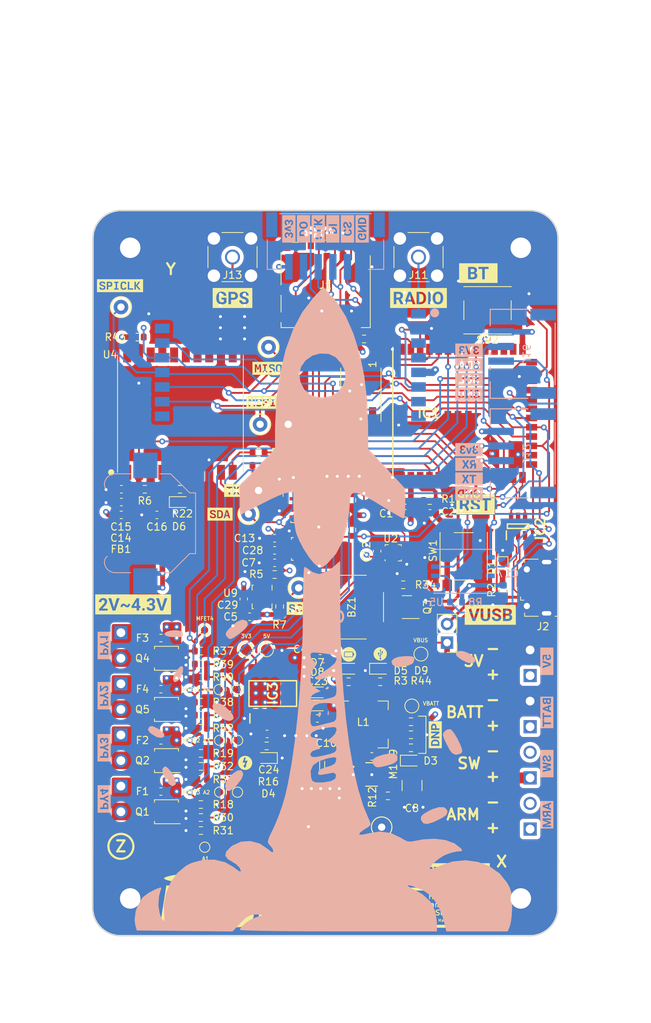
<source format=kicad_pcb>
(kicad_pcb (version 20221018) (generator pcbnew)
  (layers (0 "F.Cu" signal) (1 "In1.Cu" signal) (2 "In2.Cu" signal) (31 "B.Cu" signal) (34 "B.Paste" user) (35 "F.Paste" user) (36 "B.SilkS" user "B.Silkscreen") (37 "F.SilkS" user "F.Silkscreen") (38 "B.Mask" user) (39 "F.Mask" user) (44 "Edge.Cuts" user))
  (net 0 "")
  (net 1 "SPID")
  (net 2 "SPICLK")
  (net 3 "+3V3")
  (net 4 "GND")
  (net 5 "EN")
  (net 6 "VBUS")
  (net 7 "Net-(C9-Pad1)")
  (net 8 "Net-(C9-Pad2)")
  (net 9 "+BATT")
  (net 10 "VBATT")
  (net 11 "USB_D-")
  (net 12 "USB_D+")
  (net 13 "BOOT")
  (net 14 "Net-(BT1-+)")
  (net 15 "Net-(M1-PadEN)")
  (net 16 "Net-(M1-PadFB)")
  (net 17 "VCC")
  (net 18 "Net-(BZ1-+)")
  (net 19 "SDA")
  (net 20 "SCL")
  (net 21 "TX")
  (net 22 "RX")
  (net 23 "Net-(C8-Pad1)")
  (net 24 "SPIQ")
  (net 25 "IO35")
  (net 26 "IO36")
  (net 27 "IO37")
  (net 28 "IO47")
  (net 29 "MFET1")
  (net 30 "PYRO_HPO")
  (net 31 "AIO18{slash}RX1")
  (net 32 "AIO17{slash}TX1")
  (net 33 "AIO10{slash}RF1_CS")
  (net 34 "AIO2{slash}RF1_IO0")
  (net 35 "AIO1{slash}SD_CS")
  (net 36 "IO21{slash}RF1_RST")
  (net 41 "IO38{slash}RF1_IO4")
  (net 42 "RG5v")
  (net 43 "Net-(U4-VCC)")
  (net 44 "Net-(J11-Pad1)")
  (net 45 "Net-(U3-REGOUT)")
  (net 46 "Net-(D1-A)")
  (net 47 "NEO1")
  (net 49 "Net-(D4-A)")
  (net 50 "Net-(D5-A)")
  (net 51 "Net-(D6-A)")
  (net 52 "Net-(D9-A)")
  (net 53 "Net-(J7-Pin_1)")
  (net 54 "Net-(J8-Pin_1)")
  (net 55 "Net-(J9-Pin_1)")
  (net 56 "MFET2")
  (net 57 "MFET3")
  (net 58 "A1")
  (net 59 "A3")
  (net 60 "BUZZ")
  (net 61 "MFET4")
  (net 62 "A2")
  (net 63 "A4")
  (net 64 "Net-(J10-Pin_1)")
  (net 66 "+5V")
  (net 67 "VUSB")
  (net 68 "IO45{slash}TDO")
  (net 72 "Net-(J7-Pin_2)")
  (net 73 "Net-(J8-Pin_2)")
  (net 74 "Net-(J9-Pin_2)")
  (net 75 "Net-(J10-Pin_2)")
  (net 76 "Net-(J11-In)")
  (net 77 "Net-(J13-In)")
  (net 78 "Net-(U4-3D-FIX)")
  (net 79 "Net-(U4-TX)")
  (net 80 "Net-(U4-RX)")
  (net 85 "J17_CS2")
  (net 95 "AIO3{slash}XTSD_CS")
  (net 96 "Vbatt TP")
  (footprint "kibuzzard-63F7FA90" (layer "F.Cu") (at 172.88 100.62)
    (fp_text reference "kibuzzard-63F7FA90" hide)
    (fp_text value "G***" hide)
  )
  (footprint "Exo_Bronco_Avionics_Footprints:SOT230P700X180-4N" (layer "F.Cu") (at 145.200679 126.449705 90)
    (fp_text reference "IC3")
    (fp_text value "NCP1117IST33T3G" hide)
  )
  (footprint "Resistor_SMD:R_0603_1608Metric" (layer "F.Cu") (at 145.45 110.2 180)
    (fp_text reference "R5")
    (fp_text value "4.7k")
  )
  (footprint "Resistor_SMD:R_0603_1608Metric" (layer "F.Cu") (at 135.382 138.176 180)
    (fp_text reference "R33")
    (fp_text value "100k")
  )
  (footprint "Button_Switch_SMD:SW_Push_1P1T_NO_6x6mm_H9.5mm" (layer "F.Cu") (at 171.27 107.71 -90)
    (fp_text reference "SW1")
    (fp_text value "SW_Push")
  )
  (footprint "Resistor_SMD:R_0603_1608Metric" (layer "F.Cu") (at 156 104.1 -90)
    (fp_text reference "R46")
    (fp_text value "4.7k")
  )
  (footprint "Capacitor_SMD:C_0603_1608Metric" (layer "F.Cu") (at 146.1 99.4 -90)
    (fp_text reference "C11")
    (fp_text value "220nF")
  )
  (footprint "Global Footprints:OST_OSTTE020104" (layer "F.Cu") (at 180.34 143.205 90)
    (fp_text reference "J14")
    (fp_text value "Conn_01x02")
  )
  (footprint "MountingHole:MountingHole_3.5mm_Pad" (layer "F.Cu") (at 179.07 154.432)
    (fp_text reference "H4")
    (fp_text value "MountingHole_Pad" hide)
  )
  (footprint "Resistor_SMD:R_0603_1608Metric" (layer "F.Cu") (at 143.262 93.524 180)
    (fp_text reference "R24")
    (fp_text value "470")
  )
  (footprint "Resistor_SMD:R_0603_1608Metric" (layer "F.Cu") (at 163.012 111.602)
    (fp_text reference "R34")
    (fp_text value "10k")
  )
  (footprint "TestPoint:TestPoint_Pad_D1.5mm" (layer "F.Cu") (at 144.34 120.47)
    (fp_text reference "TP4" hide)
    (fp_text value "5V TP")
  )
  (footprint "MountingHole:MountingHole_3.5mm_Pad" (layer "F.Cu") (at 125.73 154.432)
    (fp_text reference "H3")
    (fp_text value "MountingHole_Pad" hide)
  )
  (footprint "TestPoint:TestPoint_Keystone_5000-5004_Miniature" (layer "F.Cu") (at 143.47 89.69)
    (fp_text reference "TP14" hide)
    (fp_text value "SPI-MOSI")
  )
  (footprint "LOGO" (layer "F.Cu") (at 155.553145 121.031)
    (fp_text reference "G***")
    (fp_text value "LOGO" hide)
  )
  (footprint "LED_SMD:LED_0603_1608Metric" (layer "F.Cu") (at 155.590645 123.063001)
    (fp_text reference "D5")
    (fp_text value "LED")
  )
  (footprint "Package_SO:Vishay_PowerPAK_1212-8_Single" (layer "F.Cu") (at 130.683 135.608 180)
    (fp_text reference "Q2")
    (fp_text value "SIR182DP-T1-RE3")
  )
  (footprint "kibuzzard-6562B89C" (layer "F.Cu") (at 143.7132 86.6902)
    (fp_text reference "kibuzzard-6562B89C" hide)
    (fp_text value "G***" hide)
  )
  (footprint "Resistor_SMD:R_0603_1608Metric" (layer "F.Cu") (at 135.382 136.398 180)
    (fp_text reference "R32")
    (fp_text value "350k")
  )
  (footprint "TestPoint:TestPoint_Pad_D1.0mm" (layer "F.Cu") (at 137.94 139.91)
    (fp_text reference "TP19" hide)
    (fp_text value "Pyro-MFET2-TP")
  )
  (footprint "Resistor_SMD:R_0603_1608Metric" (layer "F.Cu") (at 156.594547 141.897641)
    (fp_text reference "R14")
    (fp_text value "126k")
  )
  (footprint "Capacitor_SMD:C_0603_1608Metric" (layer "F.Cu") (at 145.45 106.9 180)
    (fp_text reference "C28")
    (fp_text value "0.1 uF")
  )
  (footprint "Capacitor_SMD:C_0603_1608Metric" (layer "F.Cu") (at 151.675 120.62 180)
    (fp_text reference "C4")
    (fp_text value "10uF")
  )
  (footprint "Global Footprints:OST_OSTTE020104" (layer "F.Cu") (at 180.34 129.235 90)
    (fp_text reference "J6")
    (fp_text value "Conn_01x02")
  )
  (footprint "Resistor_SMD:R_0603_1608Metric" (layer "F.Cu") (at 132.524 98.554 180)
    (fp_text reference "R22")
    (fp_text value "470")
  )
  (footprint "kibuzzard-6562B984" (layer "F.Cu") (at 139.7762 98.7298)
    (fp_text reference "kibuzzard-6562B984" hide)
    (fp_text value "G***" hide)
  )
  (footprint "LED_SMD:LED_0603_1608Metric" (layer "F.Cu") (at 176.584 109.25 -90)
    (fp_text reference "D1")
    (fp_text value "LED")
  )
  (footprint "Resistor_SMD:R_0603_1608Metric" (layer "F.Cu") (at 135.382 124.206 180)
    (fp_text reference "R40")
    (fp_text value "100k")
  )
  (footprint "Capacitor_SMD:C_0603_1608Metric" (layer "F.Cu") (at 129.3746 102.0572 180)
    (fp_text reference "C16")
    (fp_text value "1uF")
  )
  (footprint "TestPoint:TestPoint_Pad_D1.5mm" (layer "F.Cu") (at 141.54 120.45)
    (fp_text reference "TP3" hide)
    (fp_text value "3V3 TP")
  )
  (footprint "LED_SMD:LED_0603_1608Metric" (layer "F.Cu") (at 159.908645 123.063)
    (fp_text reference "D9")
    (fp_text value "LED")
  )
  (footprint "Capacitor_SMD:C_0603_1608Metric" (layer "F.Cu") (at 144.425679 131.966839 180)
    (fp_text reference "C24")
    (fp_text value "10uF")
  )
  (footprint "TestPoint:TestPoint_Keystone_5000-5004_Miniature" (layer "F.Cu") (at 141.89 101.94)
    (fp_text reference "TP8" hide)
    (fp_text value "SDA TP")
  )
  (footprint "Capacitor_SMD:C_0603_1608Metric" (layer "F.Cu") (at 163.281 100.094 180)
    (fp_text reference "C3")
    (fp_text value "100nF")
  )
  (footprint "TestPoint:TestPoint_Pad_D1.0mm" (layer "F.Cu") (at 137.94 132.84)
    (fp_text reference "TP18" hide)
    (fp_text value "Pyro-MFET2-TP")
  )
  (footprint "Diode_SMD:D_0603_1608Metric" (layer "F.Cu") (at 151.296679 126.293705)
    (fp_text reference "D7")
    (fp_text value "D_Schottky")
  )
  (footprint "Global Footprints:OST_OSTTE020104" (layer "F.Cu") (at 180.34 122.25 90)
    (fp_text reference "J3")
    (fp_text value "Conn_01x02")
  )
  (footprint "Global Footprints:ESP32S3WROOM1UN4R2" (layer "F.Cu") (at 171.196 88.19 90)
    (fp_text reference "IC1")
    (fp_text value "ESP32-S3-WROOM-1U-N4R2" hide)
  )
  (footprint "Resistor_SMD:R_0603_1608Metric" (layer "F.Cu") (at 155.553145 124.841)
    (fp_text reference "R3")
    (fp_text value "100")
  )
  (footprint "Package_LGA:LGA-14_3x2.5mm_P0.5mm_LayoutBorder3x4y" (layer "F.Cu") (at 143.7375 113.2625 -90)
    (fp_text reference "U9")
    (fp_text value "LSM6DS3")
  )
  (footprint "kibuzzard-63F7FAE8" (layer "F.Cu") (at 174.9 115.7)
    (fp_text reference "kibuzzard-63F7FAE8" hide)
    (fp_text value "G***" hide)
  )
  (footprint "TestPoint:TestPoint_Keystone_5000-5004_Miniature" (layer "F.Cu") (at 147.31 89.69)
    (fp_text reference "TP10" hide)
    (fp_text value "GPS-RX-UART-TP")
  )
  (footprint "Resistor_SMD:R_0603_1608Metric" (layer "F.Cu") (at 135.382 143.383 180)
    (fp_text reference "R30")
    (fp_text value "350k")
  )
  (footprint "Resistor_SMD:R_0603_1608Metric" (layer "F.Cu") (at 135.382 120.648 180)
    (fp_text reference "R37")
    (fp_text value "1k")
  )
  (footprint "Resistor_SMD:R_0603_1608Metric" (layer "F.Cu") (at 156.594545 140.322838 180)
    (fp_text reference "R15")
    (fp_text value "24k")
  )
  (footprint "Package_SO:Vishay_PowerPAK_1212-8_Single" (layer "F.Cu") (at 130.683 128.623 180)
    (fp_text reference "Q5")
    (fp_text value "SIR182DP-T1-RE3")
  )
  (footprint "kibuzzard-6562B902" (layer "F.Cu") (at 148.79 114.82)
    (fp_text reference "kibuzzard-6562B902" hide)
    (fp_text value "G***" hide)
  )
  (footprint "Resistor_SMD:R_0603_1608Metric" (layer "F.Cu") (at 164.072145 133.858 180)
    (fp_text reference "R10")
    (fp_text value "350k")
  )
  (footprint "Exo_Bronco_Avionics_Footprints:SOT32-6 TP6841S6-TP6841S6-A" (layer "F.Cu") (at 158.700627 137.5)
    (fp_text reference "M1")
    (fp_text value "TP6841S6-A")
  )
  (footprint "Capacitor_SMD:C_0603_1608Metric" (layer "F.Cu") (at 166.674 101.844)
    (fp_text reference "C2")
    (fp_text value "1uF")
  )
  (footprint "Connector_Coaxial:SMA_Amphenol_901-144_Vertical" (layer "F.Cu") (at 165.1 66.854)
    (fp_text reference "J11")
    (fp_text value "Conn_Coaxial")
  )
  (footprint "TestPoint:TestPoint_Pad_D1.0mm" (layer "F.Cu") (at 152.39 144.63)
    (fp_text reference "TP20" hide)
    (fp_text value "Pyro-HPO-TP")
  )
  (footprint "TestPoint:TestPoint_Pad_D1.0mm" (layer "F.Cu") (at 140.38 139.92)
    (fp_text reference "TP23" hide)
    (fp_text value "Cont-A2-TP")
  )
  (footprint "TestPoint:TestPoint_Pad_D1.5mm" (layer "F.Cu") (at 155.78 144.62)
    (fp_text reference "TP6" hide)
    (fp_text value "RG5 TP")
  )
  (footprint "Connector_Coaxial:SMA_Amphenol_901-144_Vertical" (layer "F.Cu") (at 139.7 66.854)
    (fp_text reference "J13")
    (fp_text value "Conn_Coaxial")
  )
  (footprint "Global Footprints:OST_OSTTE020104" (layer "F.Cu") (at 124.46 126.873 -90)
    (fp_text reference "J10")
    (fp_text value "Conn_01x02")
  )
  (footprint "LOGO" (layer "F.Cu") (at 141.5 135.96)
    (fp_text reference "G***")
    (fp_text value "LOGO" hide)
  )
  (footprint "Package_TO_SOT_SMD:SOT-23" (layer "F.Cu") (at 163.52 114.65 180)
    (fp_text reference "Q3")
    (fp_text value "2N7002H")
  )
  (footprint "Capacitor_SMD:C_0603_1608Metric" (layer "F.Cu") (at 159.45 107 90)
    (fp_text reference "C12")
    (fp_text value "100nF")
  )
  (footprint "Capacitor_SMD:C_0603_1608Metric" (layer "F.Cu") (at 158.728149 135.039637)
    (fp_text reference "C9")
    (fp_text value "100n")
  )
  (footprint "Resistor_SMD:R_0603_1608Metric" (layer "F.Cu") (at 143.256 95.302 180)
    (fp_text reference "R23")
    (fp_text value "470")
  )
  (footprint "Resistor_SMD:R_0603_1608Metric" (layer "F.Cu") (at 159.871145 124.841)
    (fp_text reference "R44")
    (fp_text value "100")
  )
  (footprint "kibuzzard-6562B80B" (layer "F.Cu") (at 144.6022 82.042)
    (fp_text reference "kibuzzard-6562B80B" hide)
    (fp_text value "G***" hide)
  )
  (footprint "AVIONICS:SOT95P280X145-6N" (layer "F.Cu") (at 178.7 103.6 90)
    (fp_text reference "IC2")
    (fp_text value "USBLC6-2SC6" hide)
  )
  (footprint "kibuzzard-63F7FEBE" (layer "F.Cu") (at 126.13 114.28)
    (fp_text reference "kibuzzard-63F7FEBE" hide)
    (fp_text value "G***" hide)
  )
  (footprint "TestPoint:TestPoint_Pad_D1.5mm" (layer "F.Cu") (at 164.19 128.15)
    (fp_text reference "TP1" hide)
    (fp_text value "Vbatt TP")
  )
  (footprint "Button_Switch_SMD:SW_Push_1P1T_NO_6x6mm_H9.5mm" (layer "F.Cu") (at 174.5234 74.1172 180)
    (fp_text reference "SW2")
    (fp_text value "SW_Push")
  )
  (footprint "Resistor_SMD:R_0603_1608Metric" (layer "F.Cu") (at 135.382 134.618 180)
    (fp_text reference "R19")
    (fp_text value "1k")
  )
  (footprint "TestPoint:TestPoint_Keystone_5000-5004_Miniature" (layer "F.Cu") (at 160.07 144.7)
    (fp_text reference "TP2" hide)
    (fp_text value "GND TP")
  )
  (footprint "LED_SMD:LED_0603_1608Metric" (layer "F.Cu") (at 132.5615 100.304)
    (fp_text reference "D6")
    (fp_text value "LED")
  )
  (footprint "Resistor_SMD:R_0603_1608Metric" (layer "F.Cu") (at 135.382 127.633 180)
    (fp_text reference "R38")
    (fp_text value "1k")
  )
  (footprint "TestPoint:TestPoint_Keystone_5000-5004_Miniature" (layer "F.Cu") (at 124.47 73.68)
    (fp_text reference "TP15" hide)
    (fp_text value "SPI-CLK")
  )
  (footprint "LOGO" (layer "F.Cu") (at 140.61702 153.981148)
    (fp_text reference "G***")
    (fp_text value "LOGO" hide)
  )
  (footprint "Package_SO:Vishay_PowerPAK_1212-8_Single" (layer "F.Cu") (at 130.683 121.638 180)
    (fp_text reference "Q4")
    (fp_text value "SIR182DP-T1-RE3")
  )
  (footprint "Resistor_SMD:R_0603_1608Metric" (layer "F.Cu") (at 135.382 131.191 180)
    (fp_text reference "R42")
    (fp_text value "100k")
  )
  (footprint "LED_SMD:LED_0603_1608Metric" (layer "F.Cu") (at 144.332145 135.255 180)
    (fp_text reference "D4")
    (fp_text value "LED")
  )
  (footprint "Buzzer_Beeper:MagneticBuzzer_CUI_CMT-8504-100-SMT" (layer "F.Cu") (at 155.9725 114.65 90)
    (fp_text reference "BZ1")
    (fp_text value "Buzzer")
  )
  (footprint "Exo_Bronco_Avionics_Footprints:rocket_image" (layer "F.Cu") (at 151.868026 114.275217)
    (fp_text reference "G***")
    (fp_text value "LOGO" hide)
  )
  (footprint "Resistor_SMD:R_0603_1608Metric" (layer "F.Cu") (at 164.072145 132.08)
    (fp_text reference "R11")
    (fp_text value "100k")
  )
  (footprint "Fuse:Fuse_0603_1608Metric" (layer "F.Cu") (at 129.921 125.857 180)
    (fp_text reference "F4")
    (fp_text value "Fuse")
  )
  (footprint "Resistor_SMD:R_0603_1608Metric" (layer "F.Cu") (at 160.912542 140.42444 180)
    (fp_text reference "R12")
    (fp_text value "100k")
  )
  (footprint "Capacitor_SMD:C_0603_1608Metric" (layer "F.Cu") (at 142.0375 115.9625 180)
    (fp_text reference "C5")
    (fp_text value "100 nF")
  )
  (footprint "Resistor_SMD:R_0603_1608Metric" (layer "F.Cu") (at 126.746 77.776)
    (fp_text reference "R43")
    (fp_text value "10k")
  )
  (footprint "Global Footprints:OST_OSTTE020104" (layer "F.Cu") (at 180.34 136.22 90)
    (fp_text reference "J4")
    (fp_text value "Conn_01x02")
  )
  (footprint "Capacitor_SMD:C_0603_1608Metric" (layer "F.Cu") (at 141.2375 113.5375 -90)
    (fp_text reference "C29")
    (fp_text value "100 nF")
  )
  (footprint "Global Footprints:OST_OSTTE020104" (layer "F.Cu") (at 124.46 133.858 -90)
    (fp_text reference "J8")
    (fp_text value "Conn_01x02")
  )
  (footprint "TestPoint:TestPoint_Pad_D1.0mm" (layer "F.Cu") (at 137.87 125.91)
    (fp_text reference "TP17" hide)
    (fp_text value "Pyro-MFET1-TP")
  )
  (footprint "TestPoint:TestPoint_Keystone_5000-5004_Miniature" (layer "F.Cu") (at 148.73 112.02)
    (fp_text reference "TP7" hide)
    (fp_text value "SCL TP")
  )
  (footprint "Resistor_SMD:R_0603_1608Metric" (layer "F.Cu") (at 135.382 141.603 180)
    (fp_text reference "R18")
    (fp_text value "1k")
  )
  (footprint "Exo_Bronco_Avionics_Footprints:QFN40P300X300X95-24N" (layer "F.Cu") (at 149.3 106.7 -90)
    (fp_text reference "U3")
    (fp_text value "ICM-20649")
  )
  (footprint "TestPoint:TestPoint_Pad_D1.0mm" (layer "F.Cu") (at 140.4 132.85)
    (fp_text reference "TP22" hide)
    (fp_text value "Cont-A3-TP")
  )
  (footprint "kibuzzard-6400F0D2" (layer "F.Cu") (at 173.27 69.04)
    (fp_text reference "kibuzzard-6400F0D2" hide)
    (fp_text value "G***" hide)
  )
  (footprint "TestPoint:TestPoint_Pad_D1.0mm" (layer "F.Cu") (at 135.91 147.43)
    (fp_text reference "TP24" hide)
    (fp_text value "Cont-A1-TP")
  )
  (footprint "Diode_SMD:D_0603_1608Metric" (layer "F.Cu") (at 164.1095 135.608)
    (fp_text reference "D3")
    (fp_text value "D_Schottky")
  )
  (footprint "Inductor_SMD:L_0603_1608Metric" (layer "F.Cu") (at 124.5107 102.054)
    (fp_text reference "FB1")
    (fp_text value "FerriteBead")
  )
  (footprint "LED_SMD:LED_WS2812B_PLCC4_5.0x5.0mm_P3.2mm" (layer "F.Cu") (at 157.226 85.65 -90)
    (fp_text reference "D2")
    (fp_text value "NeoPixel_THT")
  )
  (footprint "Resistor_SMD:R_0603_1608Metric" (layer "F.Cu") (at 127.7234 98.554)
    (fp_text reference "R6")
    (fp_text value "10k")
  )
  (footprint "Resistor_SMD:R_0603_1608Metric" (layer "F.Cu") (at 166.624 100.094)
    (fp_text reference "R1")
    (fp_text value "10k")
  )
  (footprint "Exo_Bronco_Avionics_Footprints:MS860702BA01-50" (layer "F.Cu") (at 149.2885 100.479)
    (fp_text reference "U1")
    (fp_text value "MS8607")
  )
  (footprint "Resistor_SMD:R_0603_1608Metric" (layer "F.Cu") (at 156 100.05 90)
    (fp_text reference "R45")
    (fp_text value "4.7k")
  )
  (footprint "Resistor_SMD:R_0603_1608Metric" (layer "F.Cu") (at 144.369645 133.604 180)
    (fp_text reference "R16")
    (fp_text value "65")
  )
  (footprint "TestPoint:TestPoint_Keystone_5000-5004_Miniature" (layer "F.Cu") (at 144.62 79.15)
    (fp_text reference "TP13" hide)
    (fp_text value "SPI-MISO")
  )
  (footprint "Resistor_SMD:R_0603_1608Metric" (layer "F.Cu") (at 135.382 122.428 180)
    (fp_text reference "R39")
    (fp_text value "350k")
  )
  (footprint "Resistor_SMD:R_0603_1608Metric" (layer "F.Cu") (at 164.072145 130.302 180)
    (fp_text reference "R13")
    (fp_text value "0")
  )
  (footprint "TestPoint:TestPoint_Pad_D1.0mm" (layer "F.Cu") (at 135.89 117.78)
    (fp_text reference "TP16" hide)
    (fp_text value "Pyro-MFET4-TP")
  )
  (footprint "Capacitor_SMD:C_1210_3225Metric" (layer "F.Cu") (at 164.214545 139.002039 -90)
    (fp_text reference "C8")
    (fp_text value "47u")
  )
  (footprint "Capacitor_SMD:C_1210_3225Metric" (layer "F.Cu") (at 153.648146 136.411239 90)
    (fp_text reference "C10")
    (fp_text value "22u")
  )
  (footprint "kibuzzard-6562F408" (layer "F.Cu") (at 124.34 70.76)
    (fp_text reference "kibuzzard-6562F408" hide)
    (fp_text value "G***" hide)
  )
  (footprint "Fuse:Fuse_0603_1608Metric" (layer "F.Cu") (at 129.921 132.842 180)
    (fp_text reference "F2")
    (fp_text value "Fuse")
  )
  (footprint "Resistor_SMD:R_0603_1608Metric" (layer "F.Cu") (at 135.382 145.161 180)
    (fp_text reference "R31")
    (fp_text value "100k")
  )
  (footprint "TestPoint:TestPoint_Keystone_5000-5004_Miniature" (layer "F.Cu") (at 143.26 98.72)
    (fp_text reference "TP9" hide)
    (fp_text value "GPS-TX-UART TP")
  )
  (footprint "Capacitor_SMD:C_0603_1608Metric" (layer "F.Cu") (at 124.5232 100.304 180)
    (fp_text reference "C14")
    (fp_text value "1uF")
  )
  (footprint "Fuse:Fuse_0603_1608Metric" (layer "F.Cu") (at 129.921 139.827 180)
    (fp_text reference "F1")
    (fp_text value "Fuse")
  )
  (footprint "Capacitor_SMD:C_1210_3225Metric" (layer "F.Cu") (at 150.244546 136.411241 -90)
    (fp_text reference "C6")
    (fp_text value "22u")
  )
  (footprint "Diode_SMD:D_0603_1608Metric" (layer "F.Cu") (at 151.293057 128.071705)
    (fp_text reference "D8")
    (fp_text value "D_Schottky")
  )
  (footprint "kibuzzard-6562B960" (layer "F.Cu") (at 137.9982 101.9556)
    (fp_text reference "kibuzzard-6562B960" hide)
    (fp_text value "G***" hide)
  )
  (footprint "Capacitor_SMD:C_0603_1608Metric" (layer "F.Cu") (at 145.45 105.25 180)
    (fp_text reference "C13")
    (fp_text value "0.1 uF")
  )
  (footprint "kibuzzard-63F7FE2E" (layer "F.Cu") (at 167.386 132.08 90)
    (fp_text reference "kibuzzard-63F7FE2E" hide)
    (fp_text value "G***" hide)
  )
  (footprint "Package_SO:Vishay_PowerPAK_1212-8_Single" (layer "F.Cu") (at 130.683 142.593 180)
    (fp_text reference "Q1")
    (fp_text value "SIR182DP-T1-RE3")
  )
  (footprint "Resistor_SMD:R_0603_1608Metric" (layer "F.Cu") (at 146.1375 114.5625 90)
    (fp_text reference "R7")
    (fp_text value "4.7k")
  )
  (footprint "Package_LGA:ST_HLGA-10_2x2mm_P0.5mm_LayoutBorder3x2y" (layer "F.Cu") (at 161.65 107.2375 90)
    (fp_text reference "U2")
    (fp_text value "LPS22HB")
  )
  (footprint "Capacitor_SMD:C_0603_1608Metric" (layer "F.Cu") (at 163.281 101.844 180)
    (fp_text reference "C1")
    (fp_text value "22uF")
  )
  (footprint "Resistor_SMD:R_0603_1608Metric" (layer "F.Cu") (at 135.382 129.413 180)
    (fp_text reference "R41")
    (fp_text value "350k")
  )
  (footprint "Exo_Bronco_Avionics_Footprints:FGPMMOPA6H" (layer "F.Cu") (at 119.4308 85.5726 90)
    (fp_text reference "U4")
    (fp_text value "FGPMMOPA6H")
  )
  (footprint "Capacitor_SMD:C_0603_1608Metric" (layer "F.Cu") (at 145.45 108.6 180)
    (fp_text reference "C7")
    (fp_text value "0.1 uF")
  )
  (footprint "Capacitor_SMD:C_0603_1608Metric" (layer "F.Cu") (at 151.293057 129.849705)
    (fp_text reference "C23")
    (fp_text value "10uF")
  )
  (footprint "Resistor_SMD:R_0603_1608Metric" (layer "F.Cu") (at 176.6 112.375 90)
    (fp_text reference "R2")
    (fp_text value "100")
  )
  (footprint "MountingHole:MountingHole_3.5mm_Pad" (layer "F.Cu") (at 125.73 65.584)
    (fp_text reference "H1")
    (fp_text value "MountingHole_Pad" hide)
  )
  (footprint "Connector_Card:microSD_HC_Molex_104031-0811" (layer "F.Cu") (at 152.4 70.664)
    (fp_text reference "J1")
    (fp_text value "Micro_SD_Card")
  )
  (footprint "kibuzzard-6562B97E" (layer "F.Cu") (at 147.3454 86.6902)
    (fp_text reference "kibuzzard-6562B97E" hide)
    (fp_text value "G***" hide)
  )
  (footprint "kibuzzard-640E8E65" (layer "F.Cu") (at 169.19 150.98)
    (fp_text reference "kibuzzard-640E8E65" hide)
    (fp_text value "G***" hide)
  )
  (footprint "TestPoint:TestPoint_Pad_D1.5mm" (layer "F.Cu") (at 165.43 121.06)
    (fp_text reference "TP5" hide)
    (fp_text value "Vbus TP")
  )
  (footprint "Capacitor_SMD:C_0603_1608Metric" (layer "F.Cu") (at 124.5232 98.554 180)
    (fp_text reference "C15")
    (fp_text value "0.01uF")
  )
  (footprint "kibuzzard-6562F5B5" (layer "F.Cu") (at 159.96 147.6)
    (fp_text reference "kibuzzard-6562F5B5" hide)
    (fp_text value "G***" hide)
  )
  (footprint "Fuse:Fuse_0603_1608Metric" (layer "F.Cu") (at 129.921 118.872 180)
    (fp_text reference "F3")
    (fp_text value "Fuse")
  )
  (footprint "kibuzzard-63F7FC73" (layer "F.Cu") (at 139.7 72.442)
    (fp_text reference "kibuzzard-63F7FC73" hide)
    (fp_text value "G***" hide)
  )
  (footprint "Resistor_SMD:R_0603_1608Metric" (layer "F.Cu") (at 157.671 78.03)
    (fp_text reference "R4")
    (fp_text value "10k")
  )
  (footprint "LOGO" (layer "F.Cu") (at 159.871145 121.031)
    (fp_text reference "G***")
    (fp_text value "LOGO" hide)
  )
  (footprint "Connector_USB:USB_Micro-B_Molex-105017-0001" (layer "F.Cu") (at 181.356 112 90)
    (fp_text reference "J2")
    (fp_text value "USB_B_Micro")
  )
  (footprint "Connector_PinHeader_2.54mm:PinHeader_1x02_P2.54mm_Vertical" (layer "F.Cu") (at 169 119.5 180)
    (fp_text reference "J5")
    (fp_text value "Conn_01x02")
  )
  (footprint "TestPoint:TestPoint_Pad_D1.0mm" (layer "F.Cu") (at 140.32 125.91)
    (fp_text reference "TP21" hide)
    (fp_text value "Cont-A4-TP")
  )
  (footprint "Global Footprints:OST_OSTTE020104" (layer "F.Cu") (at 124.46 119.888 -90)
    (fp_text reference "J9")
    (fp_text value "Conn_01x02")
  )
  (footprint "Inductor_SMD:L_Bourns-SRN6028" (layer "F.Cu") (at 157.559746 130.670836 180)
    (fp_text reference "L1")
    (fp_text value "22u")
  )
  (footprint "MountingHole:MountingHole_3.5mm_Pad" (layer "F.Cu") (at 179.07 65.584)
    (fp_text reference "H2")
    (fp_text value "MountingHole_Pad" hide)
  )
  (footprint "Global Footprints:OST_OSTTE020104" (layer "F.Cu") (at 124.46 140.843 -90)
    (fp_text reference "J7")
    (fp_text value "Conn_01x02")
  )
  (footprint "kibuzzard-63F7FCC0" (layer "F.Cu") (at 165.1 72.442)
    (fp_text reference "kibuzzard-63F7FCC0" hide)
    (fp_text value "G***" hide)
  )
  (footprint "kibuzzard-6408D1E8" (layer "B.Cu") (at 153.4 63 90)
    (fp_text reference "kibuzzard-6408D1E8" hide)
    (fp_text value "G***" hide)
  )
  (footprint "kibuzzard-6408D049" (layer "B.Cu") (at 172 93.157002 180)
    (fp_text reference "kibuzzard-6408D049" hide)
    (fp_text value "G***" hide)
  )
  (footprint "kibuzzard-6400EEBB" (layer "B.Cu") (at 172 83.568001 180)
    (fp_text reference "kibuzzard-6400EEBB" hide)
    (fp_text value "G***" hide)
  )
  (footprint "kibuzzard-640BCD74" (layer "B.Cu") (at 182.626 143 -90)
    (fp_text reference "kibuzzard-640BCD74" hide)
    (fp_text value "G***" hide)
  )
  (footprint "kibuzzard-640BCB88" (layer "B.Cu") (at 122.174 133.858 90)
    (fp_text reference "kibuzzard-640BCB88" hide)
    (fp_text value "G***" hide)
  )
  (footprint "kibuzzard-6408D243" (layer "B.Cu") (at 151.4 63 90)
    (fp_text reference "kibuzzard-6408D243" hide)
    (fp_text value "G***" hide)
  )
  (footprint "kibuzzard-640BCB6B" (layer "B.Cu") (at 122.174 126.746 90)
    (fp_text reference "kibuzzard-640BCB6B" hide)
    (fp_text value "G***" hide)
  )
  (footprint "kibuzzard-6408D283" (layer "B.Cu") (at 149.4 63 90)
    (fp_text reference "kibuzzard-6408D283" hide)
    (fp_text value "G***" hide)
  )
  (footprint "Global Footprints:CONN_S4B-PH-SM4-TBLFSN_JST" (layer "B.Cu") (at 179.324 80.062 90)
    (fp_text reference "J16")
    (fp_text value "Conn_01x04")
  )
  (footprint "kibuzzard-6408D049" (layer "B.Cu") (at 147.4 63 90)
    (fp_text reference "kibuzzard-6408D049" hide)
    (fp_text value "G***" hide)
  )
  (footprint "Exo_Bronco_Avionics_Footprints:RFM95PW" (layer "B.Cu") (at 147.5 82.094)
    (fp_text reference "U8" hide)
    (fp_text value "RFM98PW" hide)
  )
  (footprint "kibuzzard-640BCD9E" (layer "B.Cu") (at 182.626 129.03 -90)
    (fp_text reference "kibuzzard-640BCD9E" hide)
    (fp_text value "G***" hide)
  )
  (footprint "Battery:BatteryHolder_Keystone_3000_1x12mm" (layer "B.Cu") (at 127.805 103.2 90)
    (fp_text reference "BT1")
    (fp_text value "3.7V LION")
  )
  (footprint "kibuzzard-6400EEFF" (layer "B.Cu") (at 172 81.568 180)
    (fp_text reference "kibuzzard-6400EEFF" hide)
    (fp_text value "G***" hide)
  )
  (footprint "Resistor_SMD:R_0603_1608Metric" (layer "B.Cu") (at 170.225 113.96 180)
    (fp_text reference "R8")
    (fp_text value "10k")
  )
  (footprint "kibuzzard-6400ED13" (layer "B.Cu") (at 172 85.568 180)
    (fp_text reference "kibuzzard-6400ED13" hide)
    (fp_text value "G***" hide)
  )
  (footprint "kibuzzard-6408D189" (layer "B.Cu") (at 155.4 63 90)
    (fp_text reference "kibuzzard-6408D189" hide)
    (fp_text value "G***" hide)
  )
  (footprint "kibuzzard-6408D004" (layer "B.Cu") (at 172 97.157001 180)
    (fp_text reference "kibuzzard-6408D004" hide)
    (fp_text value "G***" hide)
  )
  (footprint "Global Footprints:CONN_S4B-PH-SM4-TBLFSN_JST" (layer "B.Cu") (at 179.324 93.651 90)
    (fp_text reference "J12")
    (fp_text value "Conn_01x04")
  )
  (footprint "Capacitor_SMD:C_0603_1608Metric" (layer "B.Cu") (at 176.69 112.455 -90)
    (fp_text reference "C17")
    (fp_text value "0.1uF")
  )
  (footprint "Exo_Bronco_Avionics_Footprints:SON127P600X800X95-8N" (layer "B.Cu") (at 171.165 109.76)
    (fp_text reference "U5")
    (fp_text value "XTSD04GLGEAG")
  )
  (footprint "kibuzzard-640BCD14" (layer "B.Cu") (at 182.626 122.045 -90)
    (fp_text reference "kibuzzard-640BCD14" hide)
    (fp_text value "G***" hide)
  )
  (footprint "kibuzzard-640BCD52" (layer "B.Cu") (at 182.626 136.015 -90)
    (fp_text reference "kibuzzard-640BCD52" hide)
    (fp_text value "G***" hide)
  )
  (footprint "kibuzzard-640BCAC3" (layer "B.Cu") (at 122.174 119.888 90)
    (fp_text reference "kibuzzard-640BCAC3" hide)
    (fp_text value "G***" hide)
  )
  (footprint "kibuzzard-64010B11" (layer "B.Cu") (at 157.4 63 90)
    (fp_text reference "kibuzzard-64010B11" hide)
    (fp_text value "G***" hide)
  )
  (footprint "kibuzzard-64010B95" (layer "B.Cu") (at 172 79.568002 180)
    (fp_text reference "kibuzzard-64010B95" hide)
    (fp_text value "G***" hide)
  )
  (footprint "Global Footprints:JST_S6B-PH-SM4-TB(LF)(SN)" (layer "B.Cu") (at 152.4 68.18)
    (fp_text reference "J17")
    (fp_text value "Conn_01x06")
  )
  (footprint "kibuzzard-64010B11" (layer "B.Cu") (at 172 99.157 180)
    (fp_text reference "kibuzzard-64010B11" hide)
    (fp_text value "G***" hide)
  )
  (footprint "kibuzzard-6408D023" (layer "B.Cu") (at 172 95.157 180)
    (fp_text reference "kibuzzard-6408D023" hide)
    (fp_text value "G***" hide)
  )
  (footprint "kibuzzard-640BCBB0" (layer "B.Cu") (at 122.174 140.843 90)
    (fp_text reference "kibuzzard-640BCBB0" hide)
    (fp_text value "G***" hide)
  )
  (gr_line (start 166.116 134.62) (end 165.1 134.62) (stroke (width 0.12)) (layer "F.SilkS"))
  (gr_rect (start 151.638 153.15) (end 174.6 158.23) (stroke (width 0.4)) (fill none) (layer "F.SilkS"))
  (gr_line (start 165.1 129.54) (end 166.116 129.54) (stroke (width 0.12)) (layer "F.SilkS"))
  (gr_circle (center 124.46 147.32) (end 126.163884 147.32) (stroke (width 0.3)) (fill none) (layer "F.SilkS"))
  (gr_line (start 166.116 129.54) (end 166.116 134.62) (stroke (width 0.12)) (layer "F.SilkS"))
  (gr_arc (start 184.118408 155.49) (mid 183.010877 158.395211) (end 180.109816 159.513566) (stroke (width 0.2)) (layer "Edge.Cuts"))
  (gr_line (start 120.65 64.314) (end 120.61 155.700323) (stroke (width 0.2)) (layer "Edge.Cuts"))
  (gr_arc (start 180.34 60.504) (mid 183.034077 61.619923) (end 184.15 64.314) (stroke (width 0.2)) (layer "Edge.Cuts"))
  (gr_arc (start 124.46 159.511999) (mid 121.738761 158.40984) (end 120.608091 155.700323) (stroke (width 0.2)) (layer "Edge.Cuts"))
  (gr_line (start 124.46 60.504) (end 180.34 60.504) (stroke (width 0.2)) (layer "Edge.Cuts"))
  (gr_line (start 124.46 159.512) (end 180.109816 159.513566) (stroke (width 0.2)) (layer "Edge.Cuts"))
  (gr_line (start 184.15 64.314) (end 184.118408 155.49) (stroke (width 0.2)) (layer "Edge.Cuts"))
  (gr_arc (start 120.65 64.314) (mid 121.765923 61.619923) (end 124.46 60.504) (stroke (width 0.2)) (layer "Edge.Cuts"))
  (gr_text "VBUS" (at 164.34 119.48) (layer "F.SilkS") (effects (font (size 0.5174 0.5174) (thickness 0.1016) bold) (justify left bottom)))
  (gr_text "Aivie Quinto | Marilyn Hernandez\nAaron De Castro | John Tran | Liz Woo\nRaphael Napinas | Tom Solomon" (at 163.11 156.78) (layer "F.SilkS") (effects (font (size 0.6858 0.6858) (thickness 0.127)) (justify bottom)))
  (gr_text "Dad 1: Tim Bogman & Dad 2: Antony Makar" (at 163.05 157.43) (layer "F.SilkS") (effects (font (size 0.381 0.381) (thickness 0.0635) bold)))
  (gr_text "MFET1 A4\n" (at 132.83 126.21) (layer "F.SilkS") (effects (font (size 0.5174 0.5174) (thickness 0.1016) bold) (justify left bottom)))
  (gr_text "Y" (at 131.28 68.51) (layer "F.SilkS") (effects (font (size 1.5 1.5) (thickness 0.3))))
  (gr_text "X" (at 176.45 149.4) (layer "F.SilkS") (effects (font (size 1.5 1.5) (thickness 0.3))))
  (gr_text "-" (at 175.26 141.22) (layer "F.SilkS") (effects (font (size 1.5 1.5) (thickness 0.3))))
  (gr_text "SW" (at 172 135.985) (layer "F.SilkS") (effects (font (size 1.5 1.5) (thickness 0.3))))
  (gr_text "MFET2 A3" (at 132.82 133.16) (layer "F.SilkS") (effects (font (size 0.5174 0.5174) (thickness 0.1016) bold) (justify left bottom)))
  (gr_text "RG5v" (at 154.79 146.83) (layer "F.SilkS") (effects (font (size 0.5174 0.5174) (thickness 0.1016) bold) (justify left bottom)))
  (gr_text "MFET3 A2" (at 132.83 140.25) (layer "F.SilkS") (effects (font (size 0.5174 0.5174) (thickness 0.1016) bold) (justify left bottom)))
  (gr_text "BATT" (at 171.4 129) (layer "F.SilkS") (effects (font (size 1.5 1.5) (thickness 0.3))))
  (gr_text "-" (at 175.26 120.265) (layer "F.SilkS") (effects (font (size 1.5 1.5) (thickness 0.3))))
  (gr_text "+" (at 175.26 130.75) (layer "F.SilkS") (effects (font (size 1.5 1.5) (thickness 0.3))))
  (gr_text "+" (at 175.26 123.765) (layer "F.SilkS") (effects (font (size 1.5 1.5) (thickness 0.3))))
  (gr_text "A1" (at 135.48 149.28) (layer "F.SilkS") (effects (font (size 0.5174 0.5174) (thickness 0.1016) bold) (justify left bottom)))
  (gr_text "PYRO_HPO" (at 149.71 146.83) (layer "F.SilkS") (effects (font (size 0.5174 0.5174) (thickness 0.1016) bold) (justify left bottom)))
  (gr_text "+" (at 175.26 144.72) (layer "F.SilkS") (effects (font (size 1.5 1.5) (thickness 0.3))))
  (gr_text "ARM\n" (at 171.196 142.97) (layer "F.SilkS") (effects (font (size 1.5 1.5) (thickness 0.3))))
  (gr_text "-" (at 175.26 134.235) (layer "F.SilkS") (effects (font (size 1.5 1.5) (thickness 0.3))))
  (gr_text "MFET4" (at 134.66 116.52) (layer "F.SilkS") (effects (font (size 0.5174 0.5174) (thickness 0.1016) bold) (justify left bottom)))
  (gr_text "5V" (at 143.82 118.92) (layer "F.SilkS") (effects (font (size 0.5174 0.5174) (thickness 0.1016) bold) (justify left bottom)))
  (gr_text "VBATT" (at 165.64 128.11) (layer "F.SilkS") (effects (font (size 0.5174 0.5174) (thickness 0.1016) bold) (justify left bottom)))
  (gr_text "Z" (at 124.46 147.32) (layer "F.SilkS") (effects (font (size 1.5 1.5) (thickness 0.3))))
  (gr_text "5V" (at 172.6 122.015) (layer "F.SilkS") (effects (font (size 1.5 1.5) (thickness 0.3))))
  (gr_text "+" (at 175.26 137.735) (layer "F.SilkS") (effects (font (size 1.5 1.5) (thickness 0.3))))
  (gr_text "3V3" (at 140.79 118.92) (layer "F.SilkS") (effects (font (size 0.5174 0.5174) (thickness 0.1016) bold) (justify left bottom)))
  (gr_text "-" (at 175.26 127.25) (layer "F.SilkS") (effects (font (size 1.5 1.5) (thickness 0.3))))
  (segment (start 174.542 86.71) (end 177.927 90.095) (width 0.254) (layer "F.Cu") (net 1))
  (segment (start 168.15 86.71) (end 174.542 86.71) (width 0.254) (layer "F.Cu") (net 1))
  (segment (start 175.93 100.71) (end 176.68 100.71) (width 0.254) (layer "F.Cu") (net 1))
  (segment (start 137.668 87.174) (end 143.764 87.174) (width 0.254) (layer "F.Cu") (net 1))
  (segment (start 162.56 86.158) (end 164.302 87.9) (width 0.254) (layer "F.Cu") (net 1))
  (segment (start 143.47 87.468) (end 143.47 89.69) (width 0.254) (layer "F.Cu") (net 1))
  (segment (start 154.432 76.506) (end 154.432 70.918) (width 0.254) (layer "F.Cu") (net 1))
  (segment (start 155.895 67.169) (end 155.895 65.214) (width 0.254) (layer "F.Cu") (net 1))
  (segment (start 166.96 87.9) (end 168.15 86.71) (width 0.254) (layer "F.Cu") (net 1))
  (segment (start 175.44 101.2) (end 175.93 100.71) (width 0.254) (layer "F.Cu") (net 1))
  (segment (start 175.44 103.09) (end 175.44 101.2) (width 0.254) (layer "F.Cu") (net 1))
  (segment (start 143.764 87.174) (end 154.432 76.506) (width 0.254) (layer "F.Cu") (net 1))
  (segment (start 177.927 90.095) (end 180.546 90.095) (width 0.254) (layer "F.Cu") (net 1))
  (segment (start 154.432 68.632) (end 155.895 67.169) (width 0.254) (layer "F.Cu") (net 1))
  (segment (start 143.764 87.174) (end 143.47 87.468) (width 0.254) (layer "F.Cu") (net 1))
  (segment (start 182.195 90.095) (end 182.21 90.11) (width 0.254) (layer "F.Cu") (net 1))
  (segment (start 164.302 87.9) (end 166.96 87.9) (width 0.254) (layer "F.Cu") (net 1))
  (segment (start 154.432 70.918) (end 154.432 68.632) (width 0.254) (layer "F.Cu") (net 1))
  (segment (start 180.546 90.095) (end 182.195 90.095) (width 0.254) (layer "F.Cu") (net 1))
  (via (at 154.432 70.918) (size 0.8) (drill 0.4) (layers "F.Cu" "B.Cu") (net 1))
  (via (at 175.44 103.09) (size 0.8) (drill 0.4) (layers "F.Cu" "B.Cu") (net 1))
  (via (at 182.21 90.11) (size 0.8) (drill 0.4) (layers "F.Cu" "B.Cu") (net 1))
  (via (at 137.668 87.174) (size 0.8) (drill 0.4) (layers "F.Cu" "B.Cu") (net 1))
  (via (at 162.56 86.158) (size 0.8) (drill 0.4) (layers "F.Cu" "B.Cu") (net 1))
  (via (at 176.68 100.71) (size 0.8) (drill 0.4) (layers "F.Cu" "B.Cu") (net 1))
  (segment (start 182.77 96.68) (end 181.97 97.48) (width 0.254) (layer "B.Cu") (net 1))
  (segment (start 138.176 87.682) (end 137.668 87.174) (width 0.254) (layer "B.Cu") (net 1))
  (segment (start 176.95 100.71) (end 176.68 100.71) (width 0.254) (layer "B.Cu") (net 1))
  (segment (start 137.668 87.174) (end 137.088 86.594) (width 0.254) (layer "B.Cu") (net 1))
  (segment (start 180.18 97.48) (end 176.95 100.71) (width 0.254) (layer "B.Cu") (net 1))
  (segment (start 182.77 90.67) (end 182.77 96.68) (width 0.254) (layer "B.Cu") (net 1))
  (segment (start 153.4 70.394) (end 153.4 68.18) (width 0.25) (layer "B.Cu") (net 1))
  (segment (start 175.44 103.09) (end 174.92 103.61) (width 0.254) (layer "B.Cu") (net 1))
  (segment (start 181.97 97.48) (end 180.18 97.48) (width 0.254) (layer "B.Cu") (net 1))
  (segment (start 182.21 90.11) (end 182.77 90.67) (width 0.254) (layer "B.Cu") (net 1))
  (segment (start 159.512 87.682) (end 138.176 87.682) (width 0.254) (layer "B.Cu") (net 1))
  (segment (start 153.924 70.918) (end 153.4 70.394) (width 0.25) (layer "B.Cu") (net 1))
  (segment (start 174.92 107.845) (end 174.91 107.855) (width 0.254) (layer "B.Cu") (net 1))
  (segment (start 137.088 86.594) (end 130.1 86.594) (width 0.254) (layer "B.Cu") (net 1))
  (segment (start 174.92 103.61) (end 174.92 107.845) (width 0.254) (layer "B.Cu") (net 1))
  (segment (start 154.432 70.918) (end 153.924 70.918) (width 0.25) (layer "B.Cu") (net 1))
  (segment (start 161.036 86.158) (end 159.512 87.682) (width 0.254) (layer "B.Cu") (net 1))
  (segment (start 162.56 86.158) (end 161.036 86.158) (width 0.254) (layer "B.Cu") (net 1))
  (segment (start 167.18 86.4) (end 163.830134 86.4) (width 0.254) (layer "F.Cu") (net 2))
  (segment (start 178.725 88.825) (end 177.927 88.825) (width 0.254) (layer "F.Cu") (net 2))
  (segment (start 178.73 88.83) (end 178.725 88.825) (width 0.254) (layer "F.Cu") (net 2))
  (segment (start 178.735 88.825) (end 178.73 88.83) (width 0.254) (layer "F.Cu") (net 2))
  (segment (start 171.79 103.09) (end 171.79 101.33) (width 0.254) (layer "F.Cu") (net 2))
  (segment (start 153.162 75.998) (end 153.162 72.95) (width 0.254) (layer "F.Cu") (net 2))
  (segment (start 144.018 85.142) (end 153.162 75.998) (width 0.254) (layer "F.Cu") (net 2))
  (segment (start 163.830134 86.4) (end 162.861134 85.431) (width 0.254) (layer "F.Cu") (net 2))
  (segment (start 177.927 88.825) (end 175.022 85.92) (width 0.254) (layer "F.Cu") (net 2))
  (segment (start 175.022 85.92) (end 167.66 85.92) (width 0.254) (layer "F.Cu") (net 2))
  (segment (start 153.162 72.95) (end 153.162 71.934) (width 0.25) (layer "F.Cu") (net 2))
  (segment (start 155.991 85.431) (end 155.702 85.142) (width 0.254) (layer "F.Cu") (net 2))
  (segment (start 167.66 85.92) (end 167.18 86.4) (width 0.254) (layer "F.Cu") (net 2))
  (segment (start 153.162 67.616) (end 153.695 67.083) (width 0.25) (layer "F.Cu") (net 2))
  (segment (start 180.546 88.825) (end 178.735 88.825) (width 0.254) (layer "F.Cu") (net 2))
  (segment (start 162.861134 85.431) (end 155.991 85.431) (width 0.254) (layer "F.Cu") (net 2))
  (segment (start 153.695 67.083) (end 153.695 65.214) (width 0.25) (layer "F.Cu") (net 2))
  (segment (start 172.27 100.85) (end 173.61 100.85) (width 0.254) (layer "F.Cu") (net 2))
  (segment (start 153.162 71.934) (end 153.162 67.616) (width 0.25) (layer "F.Cu") (net 2))
  (segment (start 176.57 99.6) (end 174.86 99.6) (width 0.254) (layer "F.Cu") (net 2))
  (segment (start 174.86 99.6) (end 173.61 100.85) (width 0.254) (layer "F.Cu") (net 2))
  (segment (start 171.79 101.33) (end 172.27 100.85) (width 0.254) (layer "F.Cu") (net 2))
  (via (at 177.94 88.66) (size 0.8) (drill 0.4) (layers "F.Cu" "B.Cu") (net 2))
  (via (at 171.79 103.09) (size 0.8) (drill 0.4) (layers "F.Cu" "B.Cu") (net 2))
  (via (at 155.702 85.142) (size 0.8) (drill 0.4) (layers "F.Cu" "B.Cu") (net 2))
  (via (at 153.162 71.934) (size 0.8) (drill 0.4) (layers "F.Cu" "B.Cu") (net 2))
  (via (at 176.57 99.6) (size 0.8) (drill 0.4) (layers "F.Cu" "B.Cu") (net 2))
  (via (at 144.018 85.142) (size 0.8) (drill 0.4) (layers "F.Cu" "B.Cu") (net 2))
  (segment (start 171.79 103.09) (end 171.79 107.22) (width 0.254) (layer "B.Cu") (net 2))
  (segment (start 123.47 79.439734) (end 123.47 74.68) (width 0.254) (layer "B.Cu") (net 2))
  (segment (start 130.1 82.594) (end 126.624266 82.594) (width 0.254) (layer "B.Cu") (net 2))
  (segment (start 155.702 85.142) (end 141.986 85.142) (width 0.254) (layer "B.Cu") (net 2))
  (segment (start 171.79 107.22) (end 169.885 109.125) (width 0.254) (layer "B.Cu") (net 2))
  (segment (start 130.326511 82.820511) (end 130.1 82.594) (width 0.254) (layer "B.Cu") (net 2))
  (segment (start 123.47 74.68) (end 124.47 73.68) (width 0.254) (layer "B.Cu") (net 2))
  (segment (start 141.986 85.142) (end 140.843 83.999) (width 0.254) (layer "B.Cu") (net 2))
  (segment (start 153.162 71.934) (end 152.4 71.934) (width 0.25) (layer "B.Cu") (net 2))
  (segment (start 176.57 99.57) (end 179.427 96.713) (width 0.254) (layer "B.Cu") (net 2))
  (segment (start 140.843 83.999) (end 139.664511 82.820511) (width 0.254) (layer "B.Cu") (net 2))
  (segment (start 152.4 71.934) (end 151.4 70.934) (width 0.25) (layer "B.Cu") (net 2))
  (segment (start 169.885 109.125) (end 167.42 109.125) (width 0.254) (layer "B.Cu") (net 2))
  (segment (start 176.57 99.6) (end 176.57 99.57) (width 0.254) (layer "B.Cu") (net 2))
  (segment (start 179.427 90.147) (end 177.94 88.66) (width 0.254) (layer "B.Cu") (net 2))
  (segment (start 151.4 70.934) (end 151.4 68.18) (width 0.25) (layer "B.Cu") (net 2))
  (segment (start 139.664511 82.820511) (end 130.326511 82.820511) (width 0.254) (layer "B.Cu") (net 2))
  (segment (start 179.427 96.713) (end 179.427 90.147) (width 0.254) (layer "B.Cu") (net 2))
  (segment (start 126.624266 82.594) (end 123.47 79.439734) (width 0.254) (layer "B.Cu") (net 2))
  (segment (start 156 101.35) (end 156 100.875) (width 0.76) (layer "F.Cu") (net 3))
  (segment (start 144.4375 115.6625) (end 143.1125 115.6625) (width 0.65) (layer "F.Cu") (net 3))
  (segment (start 161.4 108) (end 161.15 108) (width 0.2) (layer "F.Cu") (net 3))
  (segment (start 161.9 107.239492) (end 161.4 107.739492) (width 0.2) (layer "F.Cu") (net 3))
  (segment (start 145.8625 115.6625) (end 146.1375 115.3875) (width 0.65) (layer "F.Cu") (net 3))
  (segment (start 142.9875 115.7875) (end 142.8125 115.9625) (width 0.254) (layer "F.Cu") (net 3))
  (segment (start 124.587 77.776) (end 125.921 77.776) (width 0.76) (layer "F.Cu") (net 3))
  (segment (start 146.825 109.65) (end 146.275 110.2) (width 0.254) (layer "F.Cu") (net 3))
  (segment (start 145.194645 133.604) (end 145.194645 131.972873) (width 0.76) (layer "F.Cu") (net 3))
  (segment (start 141.54 120.45) (end 142.89 121.8) (width 0.254) (layer "F.Cu") (net 3))
  (segment (start 143.1125 115.6625) (end 142.8125 115.9625) (width 0.65) (layer "F.Cu") (net 3))
  (segment (start 151.243779 106.5) (end 151.45 106.706221) (width 0.127) (layer "F.Cu") (net 3))
  (segment (start 123.7232 102.054) (end 122.83 102.054) (width 0.76) (layer "F.Cu") (net 3))
  (segment (start 156.846 78.983) (end 156.846 78.03) (width 0.76) (layer "F.Cu") (net 3))
  (segment (start 161.4 107.739492) (end 161.4 108) (width 0.2) (layer "F.Cu") (net 3))
  (segment (start 151.45 107.893779) (end 150.493779 108.85) (width 0.127) (layer "F.Cu") (net 3))
  (segment (start 141.2395 112.7605) (end 142.771692 112.7605) (width 0.254) (layer "F.Cu") (net 3))
  (segment (start 161.9 106.475) (end 161.9 107.239492) (width 0.2) (layer "F.Cu") (net 3))
  (segment (start 148.506221 108.85) (end 148.3 108.643779) (width 0.127) (layer "F.Cu") (net 3))
  (segment (start 147.5 109.65) (end 146.85 109.65) (width 0.254) (layer "F.Cu") (net 3))
  (segment (start 152.595 65.214) (end 152.595 63.552) (width 0.76) (layer "F.Cu") (net 3))
  (segment (start 145.194645 131.972873) (end 145.200679 131.966839) (width 0.76) (layer "F.Cu") (net 3))
  (segment (start 142.89 121.8) (end 142.89 123.31) (width 0.254) (layer "F.Cu") (net 3))
  (segment (start 159.4875 107.7375) (end 159.45 107.775) (width 0.2) (layer "F.Cu") (net 3))
  (segment (start 161.15 108) (end 160.8875 107.7375) (width 0.2) (layer "F.Cu") (net 3))
  (segment (start 156.5 102.1) (end 156 102.6) (width 0.76) (layer "F.Cu") (net 3))
  (segment (start 146.225 105.25) (end 144.925 103.95) (width 0.254) (layer "F.Cu") (net 3))
  (segment (start 147.945 108.6) (end 146.225 108.6) (width 0.127) (layer "F.Cu") (net 3))
  (segment (start 148.3 108.245) (end 147.945 108.6) (width 0.127) (layer "F.Cu") (net 3))
  (segment (start 143.749308 113.7645) (end 144.65 113.7645) (width 0.254) (layer "F.Cu") (net 3))
  (segment (start 142.9875 114.425) (end 142.9875 115.7875) (width 0.254) (layer "F.Cu") (net 3))
  (segment (start 150.493779 108.85) (end 148.506221 108.85) (width 0.127) (layer "F.Cu") (net 3))
  (segment (start 145.200679 129.849705) (end 145.200679 131.966839) (width 0.76) (layer "F.Cu") (net 3))
  (segment (start 144.925 103.95) (end 144.6 103.95) (width 0.254) (layer "F.Cu") (net 3))
  (segment (start 146.1265 97.2035) (end 146.1 97.177) (width 0.76) (layer "F.Cu") (net 3))
  (segment (start 147.075 106.1) (end 146.225 105.25) (width 0.127) (layer "F.Cu") (net 3))
  (segment (start 146.85 109.65) (end 146.225 109.025) (width 0.254) (layer "F.Cu") (net 3))
  (segment (start 151.45 106.706221) (end 151.45 107.893779) (width 0.127) (layer "F.Cu") (net 3))
  (segment (start 148.082 98.604) (end 146.1265 98.604) (width 0.4) (layer "F.Cu") (net 3))
  (segment (start 146.1265 98.604) (end 146.1265 97.2035) (width 0.76) (layer "F.Cu") (net 3))
  (segment (start 150.845 106.5) (end 151.243779 106.5) (width 0.127) (layer "F.Cu") (net 3))
  (segment (start 143.4855 114.425) (end 143.4855 114.028308) (width 0.254) (layer "F.Cu") (net 3))
  (segment (start 158.275 107.775) (end 158 107.5) (width 0.254) (layer "F.Cu") (net 3))
  (segment (start 144.4375 115.6625) (end 145.8625 115.6625) (width 0.65) (layer "F.Cu") (net 3))
  (segment (start 142.9875 114.425) (end 143.4855 114.425) (width 0.254) (layer "F.Cu") (net 3))
  (segment (start 159.45 107.775) (end 158.275 107.775) (width 0.254) (layer "F.Cu") (net 3))
  (segment (start 157.417 79.554) (end 156.846 78.983) (width 0.76) (layer "F.Cu") (net 3))
  (segment (start 164 103.2) (end 164.056 103.144) (width 0.76) (layer "F.Cu") (net 3))
  (segment (start 156 102.6) (end 156 103.275) (width 0.76) (layer "F.Cu") (net 3))
  (segment (start 146.225 109.025) (end 146.225 108.6) (width 0.254) (layer "F.Cu") (net 3))
  (segment (start 141.2375 111.4625) (end 141.2375 112.7625) (width 0.65) (layer "F.Cu") (net 3))
  (segment (start 157.6 102.1) (end 156.75 102.1) (width 0.76) (layer "F.Cu") (net 3))
  (segment (start 156.75 102.1) (end 156 101.35) (width 0.76) (layer "F.Cu") (net 3))
  (segment (start 143.4855 114.028308) (end 143.749308 113.7645) (width 0.254) (layer "F.Cu") (net 3))
  (segment (start 122.83 102.054) (end 122.428 101.652) (width 0.76) (layer "F.Cu") (net 3))
  (segment (start 147.755 106.1) (end 147.075 106.1) (width 0.127) (layer "F.Cu") (net 3))
  (segment (start 147.5 109.65) (end 146.825 109.65) (width 0.254) (layer "F.Cu") (net 3))
  (segment (start 165.799 100.094) (end 164.056 100.094) (width 0.76) (layer "F.Cu") (net 3))
  (segment (start 160.8875 107.7375) (end 159.4875 107.7375) (width 0.2) (layer "F.Cu") (net 3))
  (segment (start 157.6 102.1) (end 156.5 102.1) (width 0.76) (layer "F.Cu") (net 3))
  (segment (start 141.2375 112.7625) (end 141.2395 112.7605) (width 0.254) (layer "F.Cu") (net 3))
  (segment (start 148.3 108.643779) (end 148.3 108.245) (width 0.127) (layer "F.Cu") (net 3))
  (segment (start 164.056 100.094) (end 164.056 96.94) (width 0.76) (layer "F.Cu") (net 3))
  (segment (start 164.056 103.144) (end 164.056 100.094) (width 0.76) (layer "F.Cu") (net 3))
  (via (at 144.148545 127.648839) (size 0.8) (drill 0.4) (layers "F.Cu" "B.Cu") (net 3))
  (via (at 144.148545 126.378839) (size 0.8) (drill 0.4) (layers "F.Cu" "B.Cu") (net 3))
  (via (at 142.878545 127.648839) (size 0.8) (drill 0.4) (layers "F.Cu" "B.Cu") (net 3))
  (via (at 172.07 111.74) (size 0.8) (drill 0.4) (layers "F.Cu" "B.Cu") (net 3))
  (via (at 157.48 79.808) (size 0.8) (drill 0.4) (layers "F.Cu" "B.Cu") (net 3))
  (via (at 146.05 68.18) (size 0.8) (drill 0.4) (layers "F.Cu" "B.Cu") (net 3))
  (via (at 173.736 90.651) (size 0.8) (drill 0.4) (layers "F.Cu" "B.Cu") (net 3))
  (via (at 145.418545 127.648839) (size 0.8) (drill 0.4) (layers "F.Cu" "B.Cu") (net 3))
  (via (at 122.428 101.652) (size 0.8) (drill 0.4) (layers "F.Cu" "B.Cu") (net 3))
  (via (at 146.1 97.177) (size 0.8) (drill 0.4) (layers "F.Cu" "B.Cu") (net 3))
  (via (at 180.594 77.062) (size 0.8) (drill 0.4) (layers "F.Cu" "B.Cu") (net 3))
  (via (at 141.2375 111.4625) (size 0.8) (drill 0.4) (layers "F.Cu" "B.Cu") (net 3))
  (via (at 124.587 77.776) (size 0.8) (drill 0.4) (layers "F.Cu" "B.Cu") (net 3))
  (via (at 147.5 109.65) (size 0.8) (drill 0.4) (layers "F.Cu" "B.Cu") (net 3))
  (via (at 157.6 102.1) (size 0.8) (drill 0.4) (layers "F.Cu" "B.Cu") (net 3))
  (via (at 152.595 63.552) (size 0.8) (drill 0.4) (layers "F.Cu" "B.Cu") (net 3))
  (via (at 144.148545 125.108839) (size 0.8) (drill 0.4) (layers "F.Cu" "B.Cu") (net 3))
  (via (at 145.418545 126.378839) (size 0.8) (drill 0.4) (layers "F.Cu" "B.Cu") (net 3))
  (via (at 158 107.5) (size 0.8) (drill 0.4) (layers "F.Cu" "B.Cu") (net 3))
  (via (at 164 103.2) (size 0.8) (drill 0.4) (layers "F.Cu" "B.Cu") (net 3))
  (via (at 144.4375 115.6625) (size 0.8) (drill 0.4) (layers "F.Cu" "B.Cu") (net 3))
  (via (at 142.878545 126.378839) (size 0.8) (drill 0.4) (layers "F.Cu" "B.Cu") (net 3))
  (via (at 145.418545 125.108839) (size 0.8) (drill 0.4) (layers "F.Cu" "B.Cu") (net 3))
  (via (at 144.6 103.95) (size 0.8) (drill 0.4) (layers "F.Cu" "B.Cu") (net 3))
  (via (at 142.878545 125.108839) (size 0.8) (drill 0.4) (layers "F.Cu" "B.Cu") (net 3))
  (segment (start 171.05 113.96) (end 171.05 112.76) (width 0.6) (layer "B.Cu") (net 3))
  (segment (start 174.925 111.68) (end 174.91 111.665) (width 0.6) (layer "B.Cu") (net 3))
  (segment (start 146.05 68.18) (end 147.4 68.18) (width 0.5) (layer "B.Cu") (net 3))
  (segment (start 176.379299 77.062) (end 180.594 77.062) (width 0.76) (layer "B.Cu") (net 3))
  (segment (start 172.07 111.74) (end 172.145 111.665) (width 0.6) (layer "B.Cu") (net 3))
  (segment (start 173.736 90.651) (end 176.379299 90.651) (width 0.76) (layer "B.Cu") (net 3))
  (segment (start 176.69 111.68) (end 174.925 111.68) (width 0.6) (layer "B.Cu") (net 3))
  (segment (start 172.145 111.665) (end 174.91 111.665) (width 0.6) (layer "B.Cu") (net 3))
  (segment (start 171.05 112.76) (end 172.07 111.74) (width 0.6) (layer "B.Cu") (net 3))
  (segment (start 162.4125 107.7375) (end 162.4375 107.7375) (width 0.2) (layer "F.Cu") (net 4))
  (segment (start 144.675 105.25) (end 143.4 105.25) (width 0.254) (layer "F.Cu") (net 4))
  (segment (start 176.584 106.916) (end 176.6 106.9) (width 0.76) (layer "F.Cu") (net 4))
  (segment (start 165.899 103.1632) (end 165.8874 103.1748) (width 0.76) (layer "F.Cu") (net 4))
  (segment (start 162.4125 106.0125) (end 162.2 105.8) (width 0.2) (layer "F.Cu") (net 4))
  (segment (start 159.875 105.8) (end 159.45 106.225) (width 0.2) (layer "F.Cu") (net 4))
  (segment (start 147.755 107.7) (end 147.755 107.3) (width 0.127) (layer "F.Cu") (net 4))
  (segment (start 144.675 108.1) (end 144.675 108.6) (width 0.254) (layer "F.Cu") (net 4))
  (segment (start 143.4875 112.1) (end 144.4875 112.1) (width 0.2) (layer "F.Cu") (net 4))
  (segment (start 162.4125 106.7375) (end 162.4125 106.0125) (width 0.2) (layer "F.Cu") (net 4))
  (segment (start 144.675 105.25) (end 144.675 108.1) (width 0.254) (layer "F.Cu") (net 4))
  (segment (start 147.45 104.25) (end 147.45 105.395) (width 0.254) (layer "F.Cu") (net 4))
  (segment (start 150.845 107.3) (end 150.845 107.7) (width 0.127) (layer "F.Cu") (net 4))
  (segment (start 173.53 103.4748) (end 173.5222 103.467) (width 0.76) (layer "F.Cu") (net 4))
  (segment (start 178.7 104.246) (end 178.7 104.85) (width 0.254) (layer "F.Cu") (net 4))
  (segment (start 147.755 107.3) (end 148.190196 107.3) (width 0.127) (layer "F.Cu") (net 4))
  (segment (start 162.2 105.8) (end 159.875 105.8) (width 0.2) (layer "F.Cu") (net 4))
  (segment (start 179.023 103.923) (end 178.7 104.246) (width 0.254) (layer "F.Cu") (net 4))
  (segment (start 143.4875 111.739492) (end 141.548008 109.8) (width 0.2) (layer "F.Cu") (net 4))
  (segment (start 148.540196 107.65) (end 148.35 107.459804) (width 0.127) (layer "F.Cu") (net 4))
  (segment (start 141.7875 113.7625) (end 141.2375 114.3125) (width 0.254) (layer "F.Cu") (net 4))
  (segment (start 162.4375 107.7375) (end 163.5 108.8) (width 0.2) (layer "F.Cu") (net 4))
  (segment (start 147.718 105.663) (end 147.755 105.663) (width 0.254) (layer "F.Cu") (net 4))
  (segment (start 141.2375 114.3125) (end 141.2375 115.9375) (width 0.65) (layer "F.Cu") (net 4))
  (segment (start 143.4875 112.1) (end 143.4875 111.739492) (width 0.2) (layer "F.Cu") (net 4))
  (segment (start 142.825 113.7625) (end 141.7875 113.7625) (width 0.254) (layer "F.Cu") (net 4))
  (segment (start 160.8875 107.2375) (end 160.8875 106.7375) (width 0.2) (layer "F.Cu") (net 4))
  (segment (start 160.8875 106.7375) (end 159.9625 106.7375) (width 0.2) (layer "F.Cu") (net 4))
  (segment (start 150.845 107.3) (end 150.845 106.9) (width 0.127) (layer "F.Cu") (net 4))
  (segment (start 180.277 103.923) (end 179.023 103.923) (width 0.254) (layer "F.Cu") (net 4))
  (segment (start 181 104.8) (end 181 104.646) (width 0.254) (layer "F.Cu") (net 4))
  (segment (start 176.584 108.4625) (end 176.584 106.916) (width 0.76) (layer "F.Cu") (net 4))
  (segment (start 148.35 107.459804) (end 148.35 106.696221) (width 0.127) (layer "F.Cu") (net 4))
  (segment (start 148.190196 107.3) (end 148.35 107.459804) (width 0.127) (layer "F.Cu") (net 4))
  (segment (start 150.845 107.7) (end 150.795 107.65) (width 0.127) (layer "F.Cu") (net 4))
  (segment (start 141.2375 115.9375) (end 141.2625 115.9625) (width 0.65) (layer "F.Cu") (net 4))
  (segment (start 142.825 113.7625) (end 142.825 113.2645) (width 0.254) (layer "F.Cu") (net 4))
  (segment (start 141.548008 109.8) (end 141.4 109.8) (width 0.2) (layer "F.Cu") (net 4))
  (segment (start 147.755 107.7) (end 145.075 107.7) (width 0.2) (layer "F.Cu") (net 4))
  (segment (start 150.795 107.65) (end 148.540196 107.65) (width 0.127) (layer "F.Cu") (net 4))
  (segment (start 173.53 105.56) (end 173.53 103.4748) (width 0.76) (layer "F.Cu") (net 4))
  (segment (start 150.3 108.245) (end 150.845 107.7) (width 0.127) (layer "F.Cu") (net 4))
  (segment (start 148.35 106.696221) (end 148.153779 106.5) (width 0.127) (layer "F.Cu") (net 4))
  (segment (start 147.45 105.395) (end 147.718 105.663) (width 0.254) (layer "F.Cu") (net 4))
  (segment (start 148.153779 106.5) (end 147.755 106.5) (width 0.127) (layer "F.Cu") (net 4))
  (segment (start 145.075 107.7) (end 144.675 108.1) (width 0.2) (layer "F.Cu") (net 4))
  (segment (start 165.899 101.844) (end 165.899 103.1632) (width 0.76) (layer "F.Cu") (net 4))
  (segment (start 181 104.646) (end 180.277 103.923) (width 0.254) (layer "F.Cu") (net 4))
  (segment (start 143.35 108.6) (end 144.675 108.6) (width 0.254) (layer "F.Cu") (net 4))
  (segment (start 159.9625 106.7375) (end 159.45 106.225) (width 0.2) (layer "F.Cu") (net 4))
  (via (at 133.35 142.494) (size 0.8) (drill 0.4) (layers "F.Cu" "B.Cu") (net 4))
  (via (at 128.27 74.594) (size 0.8) (drill 0.4) (layers "F.Cu" "B.Cu") (net 4))
  (via (at 133.35 131.191) (size 0.8) (drill 0.4) (layers "F.Cu" "B.Cu") (net 4))
  (via (at 137.541 120.648) (size 0.8) (drill 0.4) (layers "F.Cu" "B.Cu") (net 4))
  (via (at 151.743148 139.433836) (size 0.8) (drill 0.4) (layers "F.Cu" "B.Cu") (net 4))
  (via (at 165.713144 141.97384) (size 0.8) (drill 0.4) (layers "F.Cu" "B.Cu") (net 4))
  (via (at 161.036 101.844) (size 0.8) (drill 0.4) (layers "F.Cu" "B.Cu") (net 4))
  (via (at 162.39 89.79) (size 0.8) (drill 0.4) (layers "F.Cu" "B.Cu") (net 4))
  (via (at 143.35 108.6) (size 0.8) (drill 0.4) (layers "F.Cu" "B.Cu") (net 4))
  (via (at 151.892 74.22) (size 0.8) (drill 0.4) (layers "F.Cu" "B.Cu") (net 4))
  (via (at 152.068057 131.191) (size 0.8) (drill 0.4) (layers "F.Cu" "B.Cu") (net 4))
  (via (at 151.48 103.71) (size 0.8) (drill 0.4) (layers "F.Cu" "B.Cu") (net 4))
  (via (at 155.956 74.22) (size 0.8) (drill 0.4) (layers "F.Cu" "B.Cu") (net 4))
  (via (at 138.049 73.458) (size 0.8) (drill 0.4) (layers "F.Cu" "B.Cu") (net 4))
  (via (at 133.35 135.509) (size 0.8) (drill 0.4) (layers "F.Cu" "B.Cu") (net 4))
  (via (at 176.6 106.9) (size 0.8) (drill 0.4) (layers "F.Cu" "B.Cu") (net 4))
  (via (at 150.114 72.442) (size 0.8) (drill 0.4) (layers "F.Cu" "B.Cu") (net 4))
  (via (at 166.878 71.68) (size 0.8) (drill 0.4) (layers "F.Cu" "B.Cu") (net 4))
  (via (at 154.795 63.552) (size 0.8) (drill 0.4) (layers "F.Cu" "B.Cu") (net 4))
  (via (at 158 106.2) (size 0.8) (drill 0.4) (layers "F.Cu" "B.Cu") (net 4))
  (via (at 173.53 105.56) (size 0.8) (drill 0.4) (layers "F.Cu" "B.Cu") (net 4))
  (via (at 166.878 76.594) (size 0.8) (drill 0.4) (layers "F.Cu" "B.Cu") (net 4))
  (via (at 146.491145 135.255) (size 0.8) (drill 0.4) (layers "F.Cu" "B.Cu") (net 4))
  (via (at 149.86 132.207) (size 0.8) (drill 0.4) (layers "F.Cu" "B.Cu") (net 4))
  (via (at 133.35 122.555) (size 0.8) (drill 0.4) (layers "F.Cu" "B.Cu") (net 4))
  (via (at 157.34 84.27) (size 0.8) (drill 0.4) (layers "F.Cu" "B.Cu") (net 4))
  (via (at 180.1876 71.8566) (size 0.8) (drill 0.4) (layers "F.Cu" "B.Cu") (net 4))
  (via (at 126.91 84.07) (size 0.8) (drill 0.4) (layers "F.Cu" "B.Cu") (net 4))
  (via (at 158.728146 137.528839) (size 0.8) (drill 0.4) (layers "F.Cu" "B.Cu") (net 4))
  (via (at 161.544 79.44) (size 0.8) (drill 0.4) (layers "F.Cu" "B.Cu") (net 4))
  (via (at 156.188144 137.528838) (size 0.8) (drill 0.4) (layers "F.Cu" "B.Cu") (net 4))
  (via (at 141.351 76.506) (size 0.8) (drill 0.4) (layers "F.Cu" "B.Cu") (net 4))
  (via (at 142.218145 131.966839) (size 0.8) (drill 0.4) (layers "F.Cu" "B.Cu") (net 4))
  (via (at 133.35 129.54) (size 0.8) (drill 0.4) (layers "F.Cu" "B.Cu") (net 4))
  (via (at 146.1 101.5) (size 0.8) (drill 0.4) (layers "F.Cu" "B.Cu") (net 4))
  (via (at 161.036 100.094) (size 0.8) (drill 0.4) (layers "F.Cu" "B.Cu") (net 4))
  (via (at 169.672 100.6856) (size 0.8) (drill 0.4) (layers "F.Cu" "B.Cu") (net 4))
  (via (at 163.173146 141.973837) (size 0.8) (drill 0.4) (layers "F.Cu" "B.Cu") (net 4))
  (via (at 137.541 141.603) (size 0.8) (drill 0.4) (layers "F.Cu" "B.Cu") (net 4))
  (via (at 150.473147 139.433839) (size 0.8) (drill 0.4) (layers "F.Cu" "B.Cu") (net 4))
  (via (at 157.839145 123.317) (size 0.8) (drill 0.4) (layers "F.Cu" "B.Cu") (net 4))
  (via (at 165.8874 103.1748) (size 0.8) (drill 0.4) (layers "F.Cu" "B.Cu") (net 4))
  (via (at 138.049 74.982) (size 0.8) (drill 0.4) (layers "F.Cu" "B.Cu") (net 4))
  (via (at 166.878 73.077) (size 0.8) (drill 0.4) (layers "F.Cu" "B.Cu") (net 4))
  (via (at 163.195 73.077) (size 0.8) (drill 0.4) (layers "F.Cu" "B.Cu") (net 4))
  (via (at 141.351 73.458) (size 0.8) (drill 0.4) (layers "F.Cu" "B.Cu") (net 4))
  (via (at 154.283143 140.703839) (size 0.8) (drill 0.4) (layers "F.Cu" "B.Cu") (net 4))
  (via (at 151.13 132.207) (size 0.8) (drill 0.4) (layers "F.Cu" "B.Cu") (net 4))
  (via (at 141.351 71.934) (size 0.8) (drill 0.4) (layers "F.Cu" "B.Cu") (net 4))
  (via (at 146.812 132.207) (size 0.8) (drill 0.4) (layers "F.Cu" "B.Cu") (net 4))
  (via (at 127.3048 102.0572) (size 0.8) (drill 0.4) (layers "F.Cu" "B.Cu") (net 4))
  (via (at 151.56 109.03) (size 0.8) (drill 0.4) (layers "F.Cu" "B.Cu") (net 4))
  (via (at 181 104.8) (size 0.8) (drill 0.4) (layers "F.Cu" "B.Cu") (net 4))
  (via (at 158.75 68.18) (size 0.8) (drill 0.4) (layers "F.Cu" "B.Cu") (net 4))
  (via (at 149.203143 139.433837) (size 0.8) (drill 0.4) (layers "F.Cu" "B.Cu") (net 4))
  (via (at 133.35 121.539) (size 0.8) (drill 0.4) (layers "F.Cu" "B.Cu") (net 4))
  (via (at 153.521145 123.317) (size 0.8) (drill 0.4) (layers "F.Cu" "B.Cu") (net 4))
  (via (at 139.75 117.2) (size 0.8) (drill 0.4) (layers "F.Cu" "B.Cu") (net 4))
  (via (at 153.013144 139.433837) (size 0.8) (drill 0.4) (layers "F.Cu" "B.Cu") (net 4))
  (via (at 178.87 83.16) (size 0.8) (drill 0.4) (layers "F.Cu" "B.Cu") (net 4))
  (via (at 137.541 134.618) (size 0.8) (drill 0.4) (layers "F.Cu" "B.Cu") (net 4))
  (via (at 150.12 109.94) (size 0.8) (drill 0.4) (layers "F.Cu" "B.Cu") (net 4))
  (via (at 170.56 70.12) (size 0.8) (drill 0.4) (layers "F.Cu" "B.Cu") (net 4))
  (via (at 178.7 93.8) (size 0.8) (drill 0.4) (layers "F.Cu" "B.Cu") (net 4))
  (via (at 138.049 78.03) (size 0.8) (drill 0.4) (layers "F.Cu" "B.Cu") (net 4))
  (via (at 162.187 110.078) (size 0.8) (drill 0.4) (layers "F.Cu" "B.Cu") (net 4))
  (via (at 131.774 101.652) (size 0.8) (drill 0.4) (layers "F.Cu" "B.Cu") (net 4))
  (via (at 165.96 107.88) (size 0.8) (drill 0.4) (layers "F.Cu" "B.Cu") (net 4))
  (via (at 164.443144 141.973837) (size 0.8) (drill 0.4) (layers "F.Cu" "B.Cu") (net 4))
  (via (at 141.351 74.982) (size 0.8) (drill 0.4) (layers "F.Cu" "B.Cu") (net 4))
  (via (at 166.243 132.08) (size 0.8) (drill 0.4) (layers "F.Cu" "B.Cu") (net 4))
  (via (at 161.544 96.94) (size 0.8) (drill 0.4) (layers "F.Cu" "B.Cu") (net 4))
  (via (at 133.35 145.161) (size 0.8) (drill 0.4) (layers "F.Cu" "B.Cu") (net 4))
  (via (at 136.4996 94.54) (size 0.8) (drill 0.4) (layers "F.Cu" "B.Cu") (net 4))
  (via (at 175.25 114.34) (size 0.8) (drill 0.4) (layers "F.Cu" "B.Cu") (net 4))
  (via (at 141.329145 129.849705) (size 0.8) (drill 0.4) (layers "F.Cu" "B.Cu") (net 4))
  (via (at 138.049 71.934) (size 0.8) (drill 0.4) (layers "F.Cu" "B.Cu") (net 4))
  (via (at 143.4 105.25) (size 0.8) (drill 0.4) (layers "F.Cu" "B.Cu") (net 4))
  (via (at 133.35 128.524) (size 0.8) (drill 0.4) (layers "F.Cu" "B.Cu") (net 4))
  (via (at 154.283147 139.433839) (size 0.8) (drill 0.4) (layers "F.Cu" "B.Cu") (net 4))
  (via (at 146.45 120.57) (size 0.8) (drill 0.4) (layers "F.Cu" "B.Cu") (net 4))
  (via (at 122.428 98.604) (size 0.8) (drill 0.4) (layers "F.Cu" "B.Cu") (net 4))
  (via (at 147.45 104.25) (size 0.8) (drill 0.4) (layers "F.Cu" "B.Cu") (net 4))
  (via (at 141.4 109.8) (size 0.8) (drill 0.4) (layers "F.Cu" "B.Cu") (net 4))
  (via (at 122.428 100.382) (size 0.8) (drill 0.4) (layers "F.Cu" "B.Cu") (net 4))
  (via (at 166.06 113.7) (size 0.8) (drill 0.4) (layers "F.Cu" "B.Cu") (net 4))
  (via (at 133.35 124.206) (size 0.8) (drill 0.4) (layers "F.Cu" "B.Cu") (net 4))
  (via (at 133.35 138.176) (size 0.8) (drill 0.4) (layers "F.Cu" "B.Cu") (net 4))
  (via (at 141.351 78.03) (size 0.8) (drill 0.4) (layers "F.Cu" "B.Cu") (net 4))
  (via (at 148.336 132.207) (size 0.8) (drill 0.4) (layers "F.Cu" "B.Cu") (net 4))
  (via (at 175.2 93.7) (size 0.8) (drill 0.4) (layers "F.Cu" "B.Cu") (net 4))
  (via (at 163.195 71.68) (size 0.8) (drill 0.4) (layers "F.Cu" "B.Cu") (net 4))
  (via (at 133.35 136.525) (size 0.8) (drill 0.4) (layers "F.Cu" "B.Cu") (net 4))
  (via (at 163.5 108.8) (size 0.8) (drill 0.4) (layers "F.Cu" "B.Cu") (net 4))
  (via (at 138.049 76.506) (size 0.8) (drill 0.4) (layers "F.Cu" "B.Cu") (net 4))
  (via (at 133.35 143.51) (size 0.8) (drill 0.4) (layers "F.Cu" "B.Cu") (net 4))
  (via (at 137.541 127.633) (size 0.8) (drill 0.4) (layers "F.Cu" "B.Cu") (net 4))
  (segment (start 165.326 96.94) (end 165.326 98.322) (width 0.5) (layer "F.Cu") (net 5))
  (segment (start 165.608 98.604) (end 167.132 98.604) (width 0.5) (layer "F.Cu") (net 5))
  (segment (start 165.326 98.322) (end 165.608 98.604) (width 0.5) (layer "F.Cu") (net 5))
  (segment (start 169.0222 103.7372) (end 169.0222 111.417) (width 0.76) (layer "F.Cu") (net 5))
  (segment (start 167.449 100.094) (end 167.449 98.921) (width 0.5) (layer "F.Cu") (net 5))
  (segment (start 167.449 101.844) (end 167.449 102.164) (width 0.76) (layer "F.Cu") (net 5))
  (segment (start 167.449 98.921) (end 167.132 98.604) (width 0.5) (layer "F.Cu") (net 5))
  (segment (start 167.449 100.094) (end 167.449 101.844) (width 0.76) (layer "F.Cu") (net 5))
  (segment (start 167.449 102.164) (end 169.0222 103.7372) (width 0.76) (layer "F.Cu") (net 5))
  (segment (start 169 119.5) (end 166.99 119.5) (width 0.254) (layer "F.Cu") (net 6))
  (segment (start 152.084179 126.293705) (end 167.706295 126.293705) (width 0.76) (layer "F.Cu") (net 6))
  (segment (start 166.99 119.5) (end 165.43 121.06) (width 0.254) (layer "F.Cu") (net 6))
  (segment (start 167.706295 126.293705) (end 169 125) (width 0.76) (layer "F.Cu") (net 6))
  (segment (start 159.046145 124.841) (end 159.046145 126.175) (width 0.76) (layer "F.Cu") (net 6))
  (segment (start 169 125) (end 169 119.5) (width 0.76) (layer "F.Cu") (net 6))
  (segment (start 157.400454 135.249729) (end 157.610545 135.039638) (width 0.76) (layer "F.Cu") (net 7))
  (segment (start 157.610545 135.039638) (end 157.953148 135.039639) (width 0.76) (layer "F.Cu") (net 7))
  (segment (start 157.400455 136.404159) (end 157.400454 135.249729) (width 0.76) (layer "F.Cu") (net 7))
  (segment (start 160.100476 136.404156) (end 160.100474 135.636969) (width 0.76) (layer "F.Cu") (net 8))
  (segment (start 159.503145 134.315437) (end 159.909746 133.908837) (width 0.76) (layer "F.Cu") (net 8))
  (segment (start 160.100474 135.636969) (end 159.503146 135.039639) (width 0.76) (layer "F.Cu") (net 8))
  (segment (start 159.909746 133.908837) (end 159.909747 130.670839) (width 0.76) (layer "F.Cu") (net 8))
  (segment (start 159.503146 135.039639) (end 159.503145 134.315437) (width 0.76) (layer "F.Cu") (net 8))
  (segment (start 166.37 130.302) (end 167.386 129.286) (width 0.76) (layer "F.Cu") (net 10))
  (segment (start 180.546 86.285) (end 178.435 86.285) (width 0.254) (layer "F.Cu") (net 10))
  (segment (start 178.435 86.285) (end 177.546 85.396) (width 0.254) (layer "F.Cu") (net 10))
  (segment (start 164.897145 130.302) (end 166.37 130.302) (width 0.76) (layer "F.Cu") (net 10))
  (via (at 177.546 85.396) (size 0.8) (drill 0.4) (layers "F.Cu" "B.Cu") (net 10))
  (via (at 167.386 129.286) (size 0.8) (drill 0.4) (layers "F.Cu" "B.Cu") (net 10))
  (segment (start 178.475 108.059314) (end 178.475 106.475001) (width 0.2) (layer "F.Cu") (net 11))
  (segment (start 178.026 98.065001) (end 178.026 96.94) (width 0.2) (layer "F.Cu") (net 11))
  (segment (start 178.475 106.475001) (end 177.75 105.750001) (width 0.2) (layer "F.Cu") (net 11))
  (segment (start 178.1 108.434314) (end 178.475 108.059314) (width 0.2) (layer "F.Cu") (net 11))
  (segment (start 178.475 98.514001) (end 178.026 98.065001) (width 0.2) (layer "F.Cu") (net 11))
  (segment (start 177.75 101.449999) (end 178.475 100.724999) (width 0.2) (layer "F.Cu") (net 11))
  (segment (start 177.75 102.35) (end 177.75 101.449999) (width 0.2) (layer "F.Cu") (net 11))
  (segment (start 177.75 105.750001) (end 177.75 104.85) (width 0.2) (layer "F.Cu") (net 11))
  (segment (start 178.1 112.2) (end 178.1 108.434314) (width 0.2) (layer "F.Cu") (net 11))
  (segment (start 178.55 112.65) (end 178.1 112.2) (width 0.2) (layer "F.Cu") (net 11))
  (segment (start 179.8935 112.65) (end 178.55 112.65) (width 0.2) (layer "F.Cu") (net 11))
  (segment (start 178.475 100.724999) (end 178.475 98.514001) (width 0.2) (layer "F.Cu") (net 11))
  (segment (start 178.925 108.175) (end 178.925 106.475001) (width 0.2) (layer "F.Cu") (net 12))
  (segment (start 178.925 106.475001) (end 179.65 105.750001) (width 0.2) (layer "F.Cu") (net 12))
  (segment (start 179.8935 112) (end 178.8 112) (width 0.2) (layer "F.Cu") (net 12))
  (segment (start 178.886 100.685999) (end 179.65 101.449999) (width 0.2) (layer "F.Cu") (net 12))
  (segment (start 178.6 108.5) (end 178.925 108.175) (width 0.2) (layer "F.Cu") (net 12))
  (segment (start 178.8 112) (end 178.6 111.8) (width 0.2) (layer "F.Cu") (net 12))
  (segment (start 178.886 98.475001) (end 178.886 100.685999) (width 0.2) (layer "F.Cu") (net 12))
  (segment (start 178.6 111.8) (end 178.6 108.5) (width 0.2) (layer "F.Cu") (net 12))
  (segment (start 179.296 98.065001) (end 178.886 98.475001) (width 0.2) (layer "F.Cu") (net 12))
  (segment (start 179.65 105.750001) (end 179.65 104.85) (width 0.2) (layer "F.Cu") (net 12))
  (segment (start 179.296 96.94) (end 179.296 98.065001) (width 0.2) (layer "F.Cu") (net 12))
  (segment (start 179.65 101.449999) (end 179.65 102.35) (width 0.2) (layer "F.Cu") (net 12))
  (segment (start 179.296 77.296) (end 178.354 76.354) (width 0.76) (layer "F.Cu") (net 13))
  (segment (start 179.296 79.44) (end 179.296 77.296) (width 0.76) (layer "F.Cu") (net 13))
  (segment (start 170.5616 76.354) (end 170.5484 76.3672) (width 0.76) (layer "F.Cu") (net 13))
  (segment (start 178.354 76.354) (end 170.5616 76.354) (width 0.76) (layer "F.Cu") (net 13))
  (segment (start 130.1242 96.2406) (end 130.1242 110.0242) (width 0.76) (layer "F.Cu") (net 14))
  (segment (start 130.1242 110.0242) (end 130.15 110.05) (width 0.76) (layer "F.Cu") (net 14))
  (segment (start 130.15 112) (end 130.15 110.05) (width 0.65) (layer "F.Cu") (net 14))
  (via (at 130.15 112) (size 0.8) (drill 0.4) (layers "F.Cu" "B.Cu") (net 14))
  (via (at 130.15 110.05) (size 0.8) (drill 0.4) (layers "F.Cu" "B.Cu") (net 14))
  (segment (start 128.855 110.05) (end 127.805 111.1) (width 0.65) (layer "B.Cu") (net 14))
  (segment (start 130.15 112) (end 128.705 112) (width 0.65) (layer "B.Cu") (net 14))
  (segment (start 128.705 112) (end 127.805 111.1) (width 0.65) (layer "B.Cu") (net 14))
  (segment (start 130.15 110.05) (end 128.855 110.05) (width 0.65) (layer "B.Cu") (net 14))
  (segment (start 160.100473 140.411506) (end 160.087545 140.424439) (width 0.25) (layer "F.Cu") (net 15))
  (segment (start 160.100474 138.405679) (end 160.100473 140.411506) (width 0.25) (layer "F.Cu") (net 15))
  (segment (start 157.400454 138.405678) (end 157.400456 141.764328) (width 0.25) (layer "F.Cu") (net 16))
  (segment (start 164.897 135.608) (end 171.808 135.608) (width 1.5) (layer "F.Cu") (net 17))
  (segment (start 164.897 135.608) (end 164.897 133.858145) (width 0.76) (layer "F.Cu") (net 17))
  (segment (start 174.17 137.97) (end 180.34 137.97) (width 1.5) (layer "F.Cu") (net 17))
  (segment (start 171.808 135.608) (end 174.17 137.97) (width 1.5) (layer "F.Cu") (net 17))
  (segment (start 164.897 133.858145) (end 164.897145 133.858) (width 0.76) (layer "F.Cu") (net 17))
  (segment (start 159.852 117.698) (end 159.4 118.15) (width 0.76) (layer "F.Cu") (net 18))
  (segment (start 159.964 114.65) (end 162.5825 114.65) (width 0.76) (layer "F.Cu") (net 18))
  (segment (start 159.4725 115.1415) (end 159.4725 118.15) (width 0.76) (layer "F.Cu") (net 18))
  (segment (start 159.964 114.65) (end 159.4725 115.1415) (width 0.76) (layer "F.Cu") (net 18))
  (segment (start 176.756 91.972) (end 176.756 96.94) (width 0.254) (layer "F.Cu") (net 19))
  (segment (start 159.35 104.15) (end 158.75 103.55) (width 0.2) (layer "F.Cu") (net 19))
  (segment (start 158.75 101.2) (end 157.65 100.1) (width 0.2) (layer "F.Cu") (net 19))
  (segment (start 163.2 104.7) (end 162.65 104.15) (width 0.2) (layer "F.Cu") (net 19))
  (segment (start 142.5 109.7) (end 142.5 104.55) (width 0.254) (layer "F.Cu") (net 19))
  (segment (start 149.352 99.453) (end 149.352 98.223) (width 0.25) (layer "F.Cu") (net 19))
  (segment (start 144 103.05) (end 143 103.05) (width 0.254) (layer "F.Cu") (net 19))
  (segment (start 176.756 98.364) (end 176.62 98.5) (width 0.254) (layer "F.Cu") (net 19))
  (segment (start 150.5 103.75) (end 148.25 103.75) (width 0.127) (layer "F.Cu") (net 19))
  (segment (start 149.352 98.223) (end 149.987 97.588) (width 0.25) (layer "F.Cu") (net 19))
  (segment (start 145.15 110.725) (end 144.625 110.2) (width 0.2) (layer "F.Cu") (net 19))
  (segment (start 143 110.2) (end 142.5 109.7) (width 0.254) (layer "F.Cu") (net 19))
  (segment (start 173.99 89.206) (end 176.756 91.972) (width 0.254) (layer "F.Cu") (net 19))
  (segment (start 145.15 112.298008) (end 145.15 110.725) (width 0.2) (layer "F.Cu") (net 19))
  (segment (start 162.65 104.15) (end 159.35 104.15) (width 0.2) (layer "F.Cu") (net 19))
  (segment (start 143 103.05) (end 141.89 101.94) (width 0.254) (layer "F.Cu") (net 19))
  (segment (start 150.845 104.095) (end 150.5 103.75) (width 0.127) (layer "F.Cu") (net 19))
  (segment (start 144.65 112.7625) (end 144.685508 112.7625) (width 0.2) (layer "F.Cu") (net 19))
  (segment (start 149.753 99.854) (end 149.352 99.453) (width 0.25) (layer "F.Cu") (net 19))
  (segment (start 151.765 97.588) (end 153.289 99.112) (width 0.25) (layer "F.Cu") (net 19))
  (segment (start 151.127 96.95) (end 151.765 97.588) (width 0.254) (layer "F.Cu") (net 19))
  (segment (start 163.2 106.95) (end 163.2 104.7) (width 0.2) (layer "F.Cu") (net 19))
  (segment (start 142.5 104.55) (end 144 103.05) (width 0.254) (layer "F.Cu") (net 19))
  (segment (start 162.9125 107.2375) (end 163.2 106.95) (width 0.2) (layer "F.Cu") (net 19))
  (segment (start 148.05 103.55) (end 146.55 103.55) (width 0.127) (layer "F.Cu") (net 19))
  (segment (start 162.4125 107.2375) (end 162.9125 107.2375) (width 0.2) (layer "F.Cu") (net 19))
  (segment (start 157.65 99.112) (end 156.113 99.112) (width 0.254) (layer "F.Cu") (net 19))
  (segment (start 176.756 96.94) (end 176.756 98.364) (width 0.254) (layer "F.Cu") (net 19))
  (segment (start 157.65 100.1) (end 157.65 99.112) (width 0.2) (layer "F.Cu") (net 19))
  (segment (start 156.113 99.112) (end 156 99.225) (width 0.254) (layer "F.Cu") (net 19))
  (segment (start 149.987 97.588) (end 151.765 97.588) (width 0.25) (layer "F.Cu") (net 19))
  (segment (start 148.25 103.75) (end 148.05 103.55) (width 0.127) (layer "F.Cu") (net 19))
  (segment (start 176.62 98.5) (end 174.79 98.5) (width 0.254) (layer "F.Cu") (net 19))
  (segment (start 148.01 96.95) (end 151.127 96.95) (width 0.254) (layer "F.Cu") (net 19))
  (segment (start 150.495 99.854) (end 149.753 99.854) (width 0.25) (layer "F.Cu") (net 19))
  (segment (start 144.625 110.2) (end 143 110.2) (width 0.254) (layer "F.Cu") (net 19))
  (segment (start 153.289 99.112) (end 156.25 99.112) (width 0.25) (layer "F.Cu") (net 19))
  (segment (start 144 103.05) (end 146.05 103.05) (width 0.254) (layer "F.Cu") (net 19))
  (segment (start 144.685508 112.7625) (end 145.15 112.298008) (width 0.2) (layer "F.Cu") (net 19))
  (segment (start 146.55 103.55) (end 146.05 103.05) (width 0.127) (layer "F.Cu") (net 19))
  (segment (start 158.75 103.55) (end 158.75 101.2) (width 0.2) (layer "F.Cu") (net 19))
  (segment (start 150.845 105.7) (end 150.845 104.095) (width 0.127) (layer "F.Cu") (net 19))
  (via (at 148.01 96.95) (size 0.8) (drill 0.4) (layers "F.Cu" "B.Cu") (net 19))
  (via (at 146.05 103.05) (size 0.8) (drill 0.4) (layers "F.Cu" "B.Cu") (net 19))
  (via (at 174.79 98.5) (size 0.8) (drill 0.4) (layers "F.Cu" "B.Cu") (net 19))
  (via (at 173.99 89.206) (size 0.8) (drill 0.4) (layers "F.Cu" "B.Cu") (net 19))
  (via (at 157.65 99.112) (size 0.8) (drill 0.4) (layers "F.Cu" "B.Cu") (net 19))
  (segment (start 174.767 98.477) (end 169.823 98.477) (width 0.254) (layer "B.Cu") (net 19))
  (segment (start 157.662 99.1) (end 157.65 99.112) (width 0.254) (layer "B.Cu") (net 19))
  (segment (start 148 101.1) (end 148 96.96) (width 0.254) (layer "B.Cu") (net 19))
  (segment (start 173.99 89.206) (end 173.99 79.554) (width 0.254) (layer "B.Cu") (net 19))
  (segment (start 146.05 103.05) (end 148 101.1) (width 0.254) (layer "B.Cu") (net 19))
  (segment (start 173.99 79.554) (end 174.482002 79.061998) (width 0.254) (layer "B.Cu") (net 19))
  (segment (start 174.482002 79.061998) (end 176.379299 79.061998) (width 0.254) (layer "B.Cu") (net 19))
  (segment (start 174.79 98.5) (end 174.767 98.477) (width 0.254) (layer "B.Cu") (net 19))
  (segment (start 148 96.96) (end 148.01 96.95) (width 0.254) (layer "B.Cu") (net 19))
  (segment (start 169.2 99.1) (end 157.662 99.1) (width 0.254) (layer "B.Cu") (net 19))
  (segment (start 169.823 98.477) (end 169.2 99.1) (width 0.254) (layer "B.Cu") (net 19))
  (segment (start 182.6 101.9) (end 182.93 101.57) (width 0.25) (layer "F.Cu") (net 20))
  (segment (start 144.65 113.2625) (end 145.0325 113.2625) (width 0.2) (layer "F.Cu") (net 20))
  (segment (start 147.0125 113.7375) (end 146.1375 113.7375) (width 0.254) (layer "F.Cu") (net 20))
  (segment (start 147.0125 113.7375) (end 148.375 115.1) (width 0.254) (layer "F.Cu") (net 20))
  (segment (start 156.6 110.89) (end 156.6 105.525) (width 0.254) (layer "F.Cu") (net 20))
  (segment (start 145.5075 113.7375) (end 146.1375 113.7375) (width 0.2) (layer "F.Cu") (net 20))
  (segment (start 148.375 115.1) (end 152.39 115.1) (width 0.254) (layer "F.Cu") (net 20))
  (segment (start 182.93 93.574) (end 181.991 92.635) (width 0.25) (layer "F.Cu") (net 20))
  (segment (start 157.8 108.85) (end 156.6 107.65) (width 0.2) (layer "F.Cu") (net 20))
  (segment (start 182.93 101.57) (end 182.93 93.574) (width 0.25) (layer "F.Cu") (net 20))
  (segment (start 154.6 105.05) (end 153.75 104.2) (width 0.254) (layer "F.Cu") (net 20))
  (segment (start 153.75 104.2) (end 153.75 100.843) (width 0.254) (layer "F.Cu") (net 20))
  (segment (start 182.94 83.932) (end 182.94 91.686) (width 0.254) (layer "F.Cu") (net 20))
  (segment (start 161.310508 108.85) (end 157.8 108.85) (width 0.2) (layer "F.Cu") (net 20))
  (segment (start 154.6 105.05) (end 153.55 106.1) (width 0.127) (layer "F.Cu") (net 20))
  (segment (start 156.075 105) (end 156 104.925) (width 0.254) (layer "F.Cu") (net 20))
  (segment (start 157.65 105) (end 156.075 105) (width 0.254) (layer "F.Cu") (net 20))
  (segment (start 152.39 115.1) (end 156.6 110.89) (width 0.254) (layer "F.Cu") (net 20))
  (segment (start 153.55 106.1) (end 150.845 106.1) (width 0.127) (layer "F.Cu") (net 20))
  (segment (start 145.0325 113.2625) (end 145.5075 113.7375) (width 0.2) (layer "F.Cu") (net 20))
  (segment (start 161.9 108) (end 161.9 108.260508) (width 0.2) (layer "F.Cu") (net 20))
  (segment (start 182.94 91.686) (end 181.991 92.635) (width 0.254) (layer "F.Cu") (net 20))
  (segment (start 157.675 105.1) (end 157.6 105.025) (width 0.254) (layer "F.Cu") (net 20))
  (segment (start 155.875 105.05) (end 156 104.925) (width 0.254) (layer "F.Cu") (net 20))
  (segment (start 154.6 105.05) (end 155.875 105.05) (width 0.254) (layer "F.Cu") (net 20))
  (segment (start 156.6 105.525) (end 156 104.925) (width 0.254) (layer "F.Cu") (net 20))
  (segment (start 182.626 83.618) (end 182.94 83.932) (width 0.254) (layer "F.Cu") (net 20))
  (segment (start 161.9 108.260508) (end 161.310508 108.85) (width 0.2) (layer "F.Cu") (net 20))
  (segment (start 156.6 107.65) (end 156.6 105.525) (width 0.2) (layer "F.Cu") (net 20))
  (segment (start 181.991 92.635) (end 180.546 92.635) (width 0.254) (layer "F.Cu") (net 20))
  (segment (start 148.73 112.02) (end 147.0125 113.7375) (width 0.254) (layer "F.Cu") (net 20))
  (segment (start 153.75 100.843) (end 151.511 98.604) (width 0.254) (layer "F.Cu") (net 20))
  (segment (start 151.511 98.604) (end 150.495 98.604) (width 0.254) (layer "F.Cu") (net 20))
  (via (at 182.6 101.9) (size 0.8) (drill 0.4) (layers "F.Cu" "B.Cu") (net 20))
  (via (at 182.626 83.618) (size 0.8) (drill 0.4) (layers "F.Cu" "B.Cu") (net 20))
  (via (at 157.65 105) (size 0.8) (drill 0.4) (layers "F.Cu" "B.Cu") (net 20))
  (segment (start 181.339999 81.061999) (end 176.379299 81.061999) (width 0.254) (layer "B.Cu") (net 20))
  (segment (start 182.6 101.9) (end 182.58 101.92) (width 0.254) (layer "B.Cu") (net 20))
  (segment (start 182.626 83.618) (end 182.626 82.348) (width 0.254) (layer "B.Cu") (net 20))
  (segment (start 182.626 82.348) (end 181.339999 81.061999) (width 0.254) (layer "B.Cu") (net 20))
  (segment (start 168.170334 101.92) (end 165.090334 105) (width 0.254) (layer "B.Cu") (net 20))
  (segment (start 165.090334 105) (end 157.65 105) (width 0.254) (layer "B.Cu") (net 20))
  (segment (start 182.58 101.92) (end 168.170334 101.92) (width 0.254) (layer "B.Cu") (net 20))
  (segment (start 167.866 80.598) (end 166.878 81.586) (width 0.254) (layer "F.Cu") (net 21))
  (segment (start 152.4 81.586) (end 151.51 82.476) (width 0.254) (layer "F.Cu") (net 21))
  (segment (start 166.878 81.586) (end 152.4 81.586) (width 0.254) (layer "F.Cu") (net 21))
  (segment (start 151.51 89.715) (end 145.923 95.302) (width 0.254) (layer "F.Cu") (net 21))
  (segment (start 151.51 82.476) (end 151.51 89.715) (width 0.254) (layer "F.Cu") (net 21))
  (segment (start 143.26 98.72) (end 143.26 97.965) (width 0.254) (layer "F.Cu") (net 21))
  (segment (start 143.26 97.965) (end 145.923 95.302) (width 0.254) (layer "F.Cu") (net 21))
  (segment (start 145.923 95.302) (end 144.081 95.302) (width 0.254) (layer "F.Cu") (net 21))
  (segment (start 167.866 79.44) (end 167.866 80.598) (width 0.254) (layer "F.Cu") (net 21))
  (segment (start 150.68 89.33) (end 148.505 91.505) (width 0.254) (layer "F.Cu") (net 22))
  (segment (start 166.596 80.444) (end 166.216 80.824) (width 0.254) (layer "F.Cu") (net 22))
  (segment (start 166.216 80.824) (end 151.384 80.824) (width 0.254) (layer "F.Cu") (net 22))
  (segment (start 146.486 93.524) (end 144.087 93.524) (width 0.254) (layer "F.Cu") (net 22))
  (segment (start 151.384 80.824) (end 150.68 81.528) (width 0.254) (layer "F.Cu") (net 22))
  (segment (start 148.505 91.505) (end 146.486 93.524) (width 0.254) (layer "F.Cu") (net 22))
  (segment (start 148.505 90.885) (end 148.505 91.505) (width 0.254) (layer "F.Cu") (net 22))
  (segment (start 150.68 81.528) (end 150.68 89.33) (width 0.254) (layer "F.Cu") (net 22))
  (segment (start 166.596 79.44) (end 166.596 80.444) (width 0.254) (layer "F.Cu") (net 22))
  (segment (start 147.31 89.69) (end 148.505 90.885) (width 0.254) (layer "F.Cu") (net 22))
  (segment (start 161.737546 138.177036) (end 161.737546 140.424435) (width 0.76) (layer "F.Cu") (net 23))
  (segment (start 164.214544 137.527038) (end 163.0657 137.527039) (width 0.76) (layer "F.Cu") (net 23))
  (segment (start 163.0657 137.527039) (end 162.387542 137.527039) (width 0.76) (layer "F.Cu") (net 23))
  (segment (start 162.387542 137.527039) (end 161.737546 138.177036) (width 0.76) (layer "F.Cu") (net 23))
  (segment (start 160.100475 137.404919) (end 164.092425 137.404919) (width 0.76) (layer "F.Cu") (net 23))
  (segment (start 163.322 135.608) (end 163.322 137.270739) (width 0.76) (layer "F.Cu") (net 23))
  (segment (start 163.322 137.270739) (end 163.0657 137.527039) (width 0.76) (layer "F.Cu") (net 23))
  (segment (start 178.181 87.555) (end 175.686 85.06) (width 0.254) (layer "F.Cu") (net 24))
  (segment (start 148.336 79.046) (end 146.936 80.446) (width 0.254) (layer "F.Cu") (net 24))
  (segment (start 144.62 79.15) (end 145.916 80.446) (width 0.254) (layer "F.Cu") (net 24))
  (segment (start 181.65 96.43) (end 181.56 96.34) (width 0.254) (layer "F.Cu") (net 24))
  (segment (start 175.686 85.06) (end 163.63 85.06) (width 0.254) (layer "F.Cu") (net 24))
  (segment (start 178.76 87.55) (end 178.755 87.555) (width 0.254) (layer "F.Cu") (net 24))
  (segment (start 151.495 68.14) (end 151.495 65.214) (width 0.254) (layer "F.Cu") (net 24))
  (segment (start 148.336 71.172) (end 148.463 71.172) (width 0.254) (layer "F.Cu") (net 24))
  (segment (start 148.336 71.172) (end 148.336 79.046) (width 0.254) (layer "F.Cu") (net 24))
  (segment (start 182.9 104) (end 181.65 102.75) (width 0.254) (layer "F.Cu") (net 24))
  (segment (start 148.463 71.172) (end 151.495 68.14) (width 0.254) (layer "F.Cu") (net 24))
  (segment (start 145.916 80.446) (end 146.936 80.446) (width 0.254) (layer "F.Cu") (net 24))
  (segment (start 178.755 87.555) (end 178.181 87.555) (width 0.254) (layer "F.Cu") (net 24))
  (segment (start 141.986 85.396) (end 139.192 85.396) (width 0.254) (layer "F.Cu") (net 24))
  (segment (start 180.546 87.555) (end 178.765 87.555) (width 0.254) (layer "F.Cu") (net 24))
  (segment (start 146.936 80.446) (end 141.986 85.396) (width 0.254) (layer "F.Cu") (net 24))
  (segment (start 181.65 102.75) (end 181.65 96.43) (width 0.254) (layer "F.Cu") (net 24))
  (segment (start 178.765 87.555) (end 178.76 87.55) (width 0.254) (layer "F.Cu") (net 24))
  (segment (start 163.63 85.06) (end 162.696 84.126) (width 0.254) (layer "F.Cu") (net 24))
  (segment (start 162.696 84.126) (end 162.052 84.126) (width 0.254) (layer "F.Cu") (net 24))
  (via (at 162.052 84.126) (size 0.8) (drill 0.4) (layers "F.Cu" "B.Cu") (net 24))
  (via (at 139.192 85.396) (size 0.8) (drill 0.4) (layers "F.Cu" "B.Cu") (net 24))
  (via (at 181.56 96.34) (size 0.8) (drill 0.4) (layers "F.Cu" "B.Cu") (net 24))
  (via (at 182.9 104) (size 0.8) (drill 0.4) (layers "F.Cu" "B.Cu") (net 24))
  (via (at 148.336 71.172) (size 0.8) (drill 0.4) (layers "F.Cu" "B.Cu") (net 24))
  (via (at 178.76 87.55) (size 0.8) (drill 0.4) (layers "F.Cu" "B.Cu") (net 24))
  (segment (start 180.37 95.15) (end 181.56 96.34) (width 0.254) (layer "B.Cu") (net 24))
  (segment (start 178.77 107.19) (end 178.77 105.44) (width 0.254) (layer "B.Cu") (net 24))
  (segment (start 174.91 109.125) (end 176.835 109.125) (width 0.254) (layer "B.Cu") (net 24))
  (segment (start 180.37 89.748398) (end 180.37 95.15) (width 0.254) (layer "B.Cu") (net 24))
  (segment (start 149.4 70.108) (end 149.4 68.18) (width 0.25) (layer "B.Cu") (net 24))
  (segment (start 162.052 84.126) (end 161.036 84.126) (width 0.254) (layer "B.Cu") (net 24))
  (segment (start 148.336 71.172) (end 149.4 70.108) (width 0.25) (layer "B.Cu") (net 24))
  (segment (start 138.39 84.594) (end 130.1 84.594) (width 0.254) (layer "B.Cu") (net 24))
  (segment (start 180.21 104) (end 182.9 104) (width 0.254) (layer "B.Cu") (net 24))
  (segment (start 178.76 88.138398) (end 180.37 89.748398) (width 0.254) (layer "B.Cu") (net 24))
  (segment (start 178.77 105.44) (end 180.21 104) (width 0.254) (layer "B.Cu") (net 24))
  (segment (start 176.835 109.125) (end 178.77 107.19) (width 0.254) (layer "B.Cu") (net 24))
  (segment (start 139.192 85.396) (end 138.39 84.594) (width 0.254) (layer "B.Cu") (net 24))
  (segment (start 158.75 86.412) (end 140.208 86.412) (width 0.254) (layer "B.Cu") (net 24))
  (segment (start 182.9 104) (end 182.9 104.2) (width 0.254) (layer "B.Cu") (net 24))
  (segment (start 178.76 87.55) (end 178.76 88.138398) (width 0.254) (layer "B.Cu") (net 24))
  (segment (start 161.036 84.126) (end 158.75 86.412) (width 0.254) (layer "B.Cu") (net 24))
  (segment (start 140.208 86.412) (end 139.192 85.396) (width 0.254) (layer "B.Cu") (net 24))
  (segment (start 135.33 125.91) (end 137.87 125.91) (width 0.254) (layer "F.Cu") (net 29))
  (segment (start 134.557 127.633) (end 134.557 126.683) (width 0.254) (layer "F.Cu") (net 29))
  (segment (start 134.557 126.683) (end 133.858 125.984) (width 0.254) (layer "F.Cu") (net 29))
  (segment (start 134.557 126.683) (end 135.33 125.91) (width 0.254) (layer "F.Cu") (net 29))
  (segment (start 170.406 79.44) (end 170.406 81.84) (width 0.254) (layer "F.Cu") (net 29))
  (segment (start 132.118 127.633) (end 134.557 127.633) (width 0.4) (layer "F.Cu") (net 29))
  (via (at 170.406 81.84) (size 0.8) (drill 0.4) (layers "F.Cu" "B.Cu") (net 29))
  (via (at 133.858 125.984) (size 0.8) (drill 0.4) (layers "F.Cu" "B.Cu") (net 29))
  (segment (start 170.406 89.488) (end 165.874 94.02) (width 0.254) (layer "B.Cu") (net 29))
  (segment (start 134.366 119.888) (end 134.366 125.476) (width 0.254) (layer "B.Cu") (net 29))
  (segment (start 137.6 110.3) (end 134.874 113.026) (width 0.254) (layer "B.Cu") (net 29))
  (segment (start 140.38 94.02) (end 137.6 96.8) (width 0.254) (layer "B.Cu") (net 29))
  (segment (start 134.366 125.476) (end 133.858 125.984) (width 0.254) (layer "B.Cu") (net 29))
  (segment (start 134.874 113.026) (end 134.874 119.38) (width 0.254) (layer "B.Cu") (net 29))
  (segment (start 165.874 94.02) (end 140.38 94.02) (width 0.254) (layer "B.Cu") (net 29))
  (segment (start 137.6 96.8) (end 137.6 110.3) (width 0.254) (layer "B.Cu") (net 29))
  (segment (start 170.406 81.84) (end 170.406 89.488) (width 0.254) (layer "B.Cu") (net 29))
  (segment (start 134.874 119.38) (end 134.366 119.888) (width 0.254) (layer "B.Cu") (net 29))
  (segment (start 152.39 144.63) (end 150.07 144.63) (width 0.254) (layer "F.Cu") (net 30))
  (via (at 130.7085 138.303) (size 0.8) (drill 0.4) (layers "F.Cu" "B.Cu") (net 30))
  (via (at 130.7085 124.333) (size 0.8) (drill 0.4) (layers "F.Cu" "B.Cu") (net 30))
  (via (at 150.07 144.63) (size 0.8) (drill 0.4) (layers "F.Cu" "B.Cu") (net 30))
  (via (at 132.08 124.333) (size 0.8) (drill 0.4) (layers "F.Cu" "B.Cu") (net 30))
  (via (at 130.7085 117.348) (size 0.8) (drill 0.4) (layers "F.Cu" "B.Cu") (net 30))
  (via (at 132.08 138.303) (size 0.8) (drill 0.4) (layers "F.Cu" "B.Cu") (net 30))
  (via (at 132.08 125.857) (size 0.8) (drill 0.4) (layers "F.Cu" "B.Cu") (net 30))
  (via (at 132.08 132.842) (size 0.8) (drill 0.4) (layers "F.Cu" "B.Cu") (net 30))
  (via (at 132.08 118.872) (size 0.8) (drill 0.4) (layers "F.Cu" "B.Cu") (net 30))
  (via (at 132.08 139.827) (size 0.8) (drill 0.4) (layers "F.Cu" "B.Cu") (net 30))
  (via (at 130.7085 131.318) (size 0.8) (drill 0.4) (layers "F.Cu" "B.Cu") (net 30))
  (via (at 132.08 117.348) (size 0.8) (drill 0.4) (layers "F.Cu" "B.Cu") (net 30))
  (via (at 132.08 131.318) (size 0.8) (drill 0.4) (layers "F.Cu" "B.Cu") (net 30))
  (segment (start 174.216 96.544) (end 172.72 95.048) (width 0.254) (layer "F.Cu") (net 31))
  (segment (start 174.216 96.94) (end 174.216 96.544) (width 0.254) (layer "F.Cu") (net 31))
  (segment (start 173.212002 92.650998) (end 173.736 92.650998) (width 0.254) (layer "F.Cu") (net 31))
  (segment (start 172.72 93.143) (end 173.212002 92.650998) (width 0.254) (layer "F.Cu") (net 31))
  (segment (start 172.72 95.048) (end 172.72 93.143) (width 0.254) (layer "F.Cu") (net 31))
  (via (at 173.736 92.650998) (size 0.8) (drill 0.4) (layers "F.Cu" "B.Cu") (net 31))
  (segment (start 176.379299 92.650998) (end 173.736 92.650998) (width 0.254) (layer "B.Cu") (net 31))
  (segment (start 175.486 96.400999) (end 173.736 94.650999) (width 0.254) (layer "F.Cu") (net 32))
  (segment (start 175.486 96.94) (end 175.486 96.400999) (width 0.254) (layer "F.Cu") (net 32))
  (via (at 173.736 94.650999) (size 0.8) (drill 0.4) (layers "F.Cu" "B.Cu") (net 32))
  (segment (start 176.379299 94.650999) (end 173.736 94.650999) (width 0.254) (layer "B.Cu") (net 32))
  (segment (start 174.075 87.513) (end 177.927 91.365) (width 0.254) (layer "F.Cu") (net 33))
  (segment (start 153.416 84.126) (end 153.416 89.156) (width 0.254) (layer "F.Cu") (net 33))
  (segment (start 153.416 89.156) (end 153.939 89.679) (width 0.254) (layer "F.Cu") (net 33))
  (segment (start 153.939 89.679) (end 159.151 89.679) (width 0.254) (layer "F.Cu") (net 33))
  (segment (start 159.151 89.679) (end 160.17 88.66) (width 0.254) (layer "F.Cu") (net 33))
  (segment (start 167.182 88.66) (end 168.329 87.513) (width 0.254) (layer "F.Cu") (net 33))
  (segment (start 177.927 91.365) (end 180.546 91.365) (width 0.254) (layer "F.Cu") (net 33))
  (segment (start 127.571 76.506) (end 127.571 77.776) (width 0.254) (layer "F.Cu") (net 33))
  (segment (start 160.17 88.66) (end 167.182 88.66) (width 0.254) (layer "F.Cu") (net 33))
  (segment (start 168.329 87.513) (end 174.075 87.513) (width 0.254) (layer "F.Cu") (net 33))
  (via (at 127.571 76.506) (size 0.8) (drill 0.4) (layers "F.Cu" "B.Cu") (net 33))
  (via (at 153.416 84.126) (size 0.8) (drill 0.4) (layers "F.Cu" "B.Cu") (net 33))
  (segment (start 128.294 80.594) (end 130.1 80.594) (width 0.254) (layer "B.Cu") (net 33))
  (segment (start 132.104 80.594) (end 130.1 80.594) (width 0.254) (layer "B.Cu") (net 33))
  (segment (start 133.35 81.84) (end 132.104 80.594) (width 0.254) (layer "B.Cu") (net 33))
  (segment (start 127.571 79.871) (end 128.294 80.594) (width 0.254) (layer "B.Cu") (net 33))
  (segment (start 143.51 84.126) (end 141.224 81.84) (width 0.254) (layer "B.Cu") (net 33))
  (segment (start 127.571 76.506) (end 127.571 79.871) (width 0.254) (layer "B.Cu") (net 33))
  (segment (start 153.416 84.126) (end 143.51 84.126) (width 0.254) (layer "B.Cu") (net 33))
  (segment (start 141.224 81.84) (end 133.35 81.84) (width 0.254) (layer "B.Cu") (net 33))
  (segment (start 165.326 77.24) (end 165.326 79.44) (width 0.254) (layer "F.Cu") (net 34))
  (segment (start 162.814 76.76) (end 164.846 76.76) (width 0.254) (layer "F.Cu") (net 34))
  (segment (start 164.846 76.76) (end 165.326 77.24) (width 0.254) (layer "F.Cu") (net 34))
  (via (at 162.814 76.76) (size 0.8) (drill 0.4) (layers "F.Cu" "B.Cu") (net 34))
  (segment (start 163.79 84.594) (end 165.1 84.594) (width 0.254) (layer "B.Cu") (net 34))
  (segment (start 162.814 76.76) (end 163.322 77.268) (width 0.254) (layer "B.Cu") (net 34))
  (segment (start 163.322 77.268) (end 163.322 84.126) (width 0.254) (layer "B.Cu") (net 34))
  (segment (start 163.322 84.126) (end 163.79 84.594) (width 0.254) (layer "B.Cu") (net 34))
  (segment (start 164.056 79.44) (end 164.056 78.51) (width 0.254) (layer "F.Cu") (net 35))
  (segment (start 156.464 72.696) (end 158.496 74.728) (width 0.254) (layer "F.Cu") (net 35))
  (segment (start 164.056 78.51) (end 163.576 78.03) (width 0.254) (layer "F.Cu") (net 35))
  (segment (start 150.368 63.552) (end 150.368 65.187) (width 0.254) (layer "F.Cu") (net 35))
  (segment (start 158.496 74.728) (end 158.496 78.03) (width 0.254) (layer "F.Cu") (net 35))
  (segment (start 150.368 65.187) (end 150.395 65.214) (width 0.254) (layer "F.Cu") (net 35))
  (segment (start 163.576 78.03) (end 158.496 78.03) (width 0.254) (layer "F.Cu") (net 35))
  (via (at 150.368 63.552) (size 0.8) (drill 0.4) (layers "F.Cu" "B.Cu") (net 35))
  (via (at 156.464 72.696) (size 0.8) (drill 0.4) (layers "F.Cu" "B.Cu") (net 35))
  (segment (start 150.368 71.172) (end 150.368 63.552) (width 0.254) (layer "B.Cu") (net 35))
  (segment (start 156.464 72.696) (end 151.892 72.696) (width 0.254) (layer "B.Cu") (net 35))
  (segment (start 151.892 72.696) (end 150.368 71.172) (width 0.254) (layer "B.Cu") (net 35))
  (segment (start 178.238 84.31) (end 178.943 85.015) (width 0.254) (layer "F.Cu") (net 36))
  (segment (start 164.27 84.31) (end 178.238 84.31) (width 0.254) (layer "F.Cu") (net 36))
  (segment (start 163.359 83.399) (end 164.27 84.31) (width 0.254) (layer "F.Cu") (net 36))
  (segment (start 161.750866 83.399) (end 163.359 83.399) (width 0.254) (layer "F.Cu") (net 36))
  (segment (start 161.036 82.729) (end 161.728433 83.421433) (width 0.254) (layer "F.Cu") (net 36))
  (segment (start 178.943 85.015) (end 180.546 85.015) (width 0.254) (layer "F.Cu") (net 36))
  (segment (start 161.728433 83.421433) (end 161.750866 83.399) (width 0.254) (layer "F.Cu") (net 36))
  (via (at 161.036 82.729) (size 0.8) (drill 0.4) (layers "F.Cu" "B.Cu") (net 36))
  (segment (start 160.655 83.11) (end 145.034 83.11) (width 0.254) (layer "B.Cu") (net 36))
  (segment (start 145.034 83.11) (end 143.764 81.84) (width 0.254) (layer "B.Cu") (net 36))
  (segment (start 143.764 81.84) (end 142.748 80.824) (width 0.254) (layer "B.Cu") (net 36))
  (segment (start 142.748 80.824) (end 134.112 80.824) (width 0.254) (layer "B.Cu") (net 36))
  (segment (start 161.036 82.729) (end 160.655 83.11) (width 0.254) (layer "B.Cu") (net 36))
  (segment (start 131.882 78.594) (end 130.1 78.594) (width 0.254) (layer "B.Cu") (net 36))
  (segment (start 134.112 80.824) (end 131.882 78.594) (width 0.254) (layer "B.Cu") (net 36))
  (segment (start 174.216 79.44) (end 174.216 78.058) (width 0.254) (layer "F.Cu") (net 41))
  (via (at 174.216 78.058) (size 0.8) (drill 0.4) (layers "F.Cu" "B.Cu") (net 41))
  (segment (start 171.68 80.594) (end 165.1 80.594) (width 0.254) (layer "B.Cu") (net 41))
  (segment (start 174.216 78.058) (end 171.68 80.594) (width 0.254) (layer "B.Cu") (net 41))
  (segment (start 155.769547 141.897641) (end 155.78 141.908094) (width 0.254) (layer "F.Cu") (net 42))
  (segment (start 147.501346 140.373638) (end 147.501348 135.598439) (width 0.25) (layer "F.Cu") (net 42))
  (segment (start 155.78 141.908094) (end 155.78 144.62) (width 0.254) (layer "F.Cu") (net 42))
  (segment (start 149.025346 141.897639) (end 147.501346 140.373638) (width 0.25) (layer "F.Cu") (net 42))
  (segment (start 155.617148 141.897636) (end 149.025346 141.897639) (width 0.25) (layer "F.Cu") (net 42))
  (segment (start 147.501348 135.598439) (end 148.163547 134.936238) (width 0.25) (layer "F.Cu") (net 42))
  (segment (start 153.902145 124.841) (end 153.521145 124.46) (width 0.76) (layer "F.Cu") (net 42))
  (segment (start 148.163547 134.936238) (end 150.244546 134.936237) (width 0.25) (layer "F.Cu") (net 42))
  (segment (start 154.728145 124.841) (end 153.902145 124.841) (width 0.76) (layer "F.Cu") (net 42))
  (via (at 153.521145 124.46) (size 0.8) (drill 0.4) (layers "F.Cu" "B.Cu") (net 42))
  (via (at 153.521145 128.071705) (size 0.8) (drill 0.4) (layers "F.Cu" "B.Cu") (net 42))
  (segment (start 125.2982 102.054) (end 125.2982 96.1697) (width 0.76) (layer "F.Cu") (net 43))
  (segment (start 128.5484 99.5956) (end 128.5484 98.554) (width 0.76) (layer "F.Cu") (net 43))
  (segment (start 125.2982 100.304) (end 127.84 100.304) (width 0.76) (layer "F.Cu") (net 43))
  (segment (start 127.84 100.304) (end 128.5484 99.5956) (width 0.76) (layer "F.Cu") (net 43))
  (segment (start 165.1 74.594) (end 165.1 66.854) (width 0.29337) (layer "B.Cu") (net 44))
  (segment (start 147.755 106.9) (end 146.225 106.9) (width 0.127) (layer "F.Cu") (net 45))
  (segment (start 176.584 110.0375) (end 176.584 111.534) (width 0.76) (layer "F.Cu") (net 46))
  (segment (start 152.35 83.95) (end 153.1 83.2) (width 0.254) (layer "F.Cu") (net 47))
  (segment (start 153.1 83.2) (end 155.626 83.2) (width 0.254) (layer "F.Cu") (net 47))
  (segment (start 153.676 90.99) (end 152.35 89.664) (width 0.254) (layer "F.Cu") (net 47))
  (segment (start 171.676 96.94) (end 171.676 95.274) (width 0.254) (layer "F.Cu") (net 47))
  (segment (start 152.35 89.664) (end 152.35 83.95) (width 0.254) (layer "F.Cu") (net 47))
  (segment (start 171.676 95.274) (end 167.392 90.99) (width 0.254) (layer "F.Cu") (net 47))
  (segment (start 167.392 90.99) (end 153.676 90.99) (width 0.254) (layer "F.Cu") (net 47))
  (segment (start 143.544645 133.604) (end 143.544645 135.255) (width 0.76) (layer "F.Cu") (net 49))
  (segment (start 156.378145 124.841) (end 156.378145 123.063001) (width 0.76) (layer "F.Cu") (net 50))
  (segment (start 133.349 98.554) (end 133.349 100.304) (width 0.76) (layer "F.Cu") (net 51))
  (segment (start 160.696145 123.063) (end 160.696145 124.841) (width 0.76) (layer "F.Cu") (net 52))
  (segment (start 134.557 133.541) (end 133.858 132.842) (width 0.254) (layer "F.Cu") (net 56))
  (segment (start 132.118 134.618) (end 134.557 134.618) (width 0.4) (layer "F.Cu") (net 56))
  (segment (start 171.676 79.44) (end 171.676 81.84) (width 0.254) (layer "F.Cu") (net 56))
  (segment (start 135.258 132.84) (end 137.94 132.84) (width 0.254) (layer "F.Cu") (net 56))
  (segment (start 134.557 133.541) (end 135.258 132.84) (width 0.254) (layer "F.Cu") (net 56))
  (segment (start 134.557 134.618) (end 134.557 133.541) (width 0.254) (layer "F.Cu") (net 56))
  (via (at 171.676 81.84) (size 0.8) (drill 0.4) (layers "F.Cu" "B.Cu") (net 56))
  (via (at 133.858 132.842) (size 0.8) (drill 0.4) (layers "F.Cu" "B.Cu") (net 56))
  (segment (start 141.09 95.01) (end 138.7 97.4) (width 0.254) (layer "B.Cu") (net 56))
  (segment (start 135.89 113.538) (end 135.89 119.38) (width 0.254) (layer "B.Cu") (net 56))
  (segment (start 138.7 97.4) (end 138.7 110.728) (width 0.254) (layer "B.Cu") (net 56))
  (segment (start 138.7 110.728) (end 135.89 113.538) (width 0.254) (layer "B.Cu") (net 56))
  (segment (start 171.676 89.996) (end 166.662 95.01) (width 0.254) (layer "B.Cu") (net 56))
  (segment (start 171.676 81.84) (end 171.676 89.996) (width 0.254) (layer "B.Cu") (net 56))
  (segment (start 135.382 131.318) (end 133.858 132.842) (width 0.254) (layer "B.Cu") (net 56))
  (segment (start 135.382 119.888) (end 135.382 131.318) (width 0.254) (layer "B.Cu") (net 56))
  (segment (start 166.662 95.01) (end 141.09 95.01) (width 0.254) (layer "B.Cu") (net 56))
  (segment (start 135.89 119.38) (end 135.382 119.888) (width 0.254) (layer "B.Cu") (net 56))
  (segment (start 132.118 141.603) (end 134.557 141.603) (width 0.4) (layer "F.Cu") (net 57))
  (segment (start 134.557 140.653) (end 134.94 140.27) (width 0.254) (layer "F.Cu") (net 57))
  (segment (start 172.946 79.44) (end 172.946 81.84) (width 0.254) (layer "F.Cu") (net 57))
  (segment (start 134.94 140.27) (end 134.94 140.25) (width 0.254) (layer "F.Cu") (net 57))
  (segment (start 135.28 139.91) (end 137.94 139.91) (width 0.254) (layer "F.Cu") (net 57))
  (segment (start 134.94 140.25) (end 135.28 139.91) (width 0.254) (layer "F.Cu") (net 57))
  (segment (start 134.557 140.653) (end 133.858 139.954) (width 0.254) (layer "F.Cu") (net 57))
  (segment (start 134.557 141.603) (end 134.557 140.653) (width 0.254) (layer "F.Cu") (net 57))
  (via (at 172.946 81.84) (size 0.8) (drill 0.4) (layers "F.Cu" "B.Cu") (net 57))
  (via (at 133.858 139.954) (size 0.8) (drill 0.4) (layers "F.Cu" "B.Cu") (net 57))
  (segment (start 133.858 139.954) (end 136.398 137.414) (width 0.254) (layer "B.Cu") (net 57))
  (segment (start 136.954 114.046) (end 139.9 111.1) (width 0.254) (layer "B.Cu") (net 57))
  (segment (start 136.398 120.142) (end 136.906 119.634) (width 0.254) (layer "B.Cu") (net 57))
  (segment (start 141.85 95.95) (end 167.246 95.95) (width 0.254) (layer "B.Cu") (net 57))
  (segment (start 139.9 111.1) (end 139.9 97.9) (width 0.254) (layer "B.Cu") (net 57))
  (segment (start 136.906 119.634) (end 136.906 114.046) (width 0.254) (layer "B.Cu") (net 57))
  (segment (start 136.398 137.414) (end 136.398 120.142) (width 0.254) (layer "B.Cu") (net 57))
  (segment (start 172.946 90.25) (end 172.946 81.84) (width 0.254) (layer "B.Cu") (net 57))
  (segment (start 136.906 114.046) (end 136.954 114.046) (width 0.254) (layer "B.Cu") (net 57))
  (segment (start 167.246 95.95) (end 172.946 90.25) (width 0.254) (layer "B.Cu") (net 57))
  (segment (start 139.9 97.9) (end 141.85 95.95) (width 0.254) (layer "B.Cu") (net 57))
  (segment (start 136.207 145.161) (end 136.207 147.133) (width 0.254) (layer "F.Cu") (net 58))
  (segment (start 165.862 95.048) (end 166.596 95.782) (width 0.254) (layer "F.Cu") (net 58))
  (segment (start 136.207 143.383) (end 137.541 143.383) (width 0.254) (layer "F.Cu") (net 58))
  (segment (start 158.752 95.048) (end 165.862 95.048) (width 0.254) (layer "F.Cu") (net 58))
  (segment (start 136.207 147.133) (end 135.91 147.43) (width 0.254) (layer "F.Cu") (net 58))
  (segment (start 166.596 95.782) (end 166.596 96.94) (width 0.254) (layer "F.Cu") (net 58))
  (segment (start 157.01 96.79) (end 158.752 95.048) (width 0.254) (layer "F.Cu") (net 58))
  (segment (start 136.207 143.383) (end 136.207 145.161) (width 0.76) (layer "F.Cu") (net 58))
  (via (at 137.541 143.383) (size 0.8) (drill 0.4) (layers "F.Cu" "B.Cu") (net 58))
  (via (at 157.01 96.79) (size 0.8) (drill 0.4) (layers "F.Cu" "B.Cu") (net 58))
  (segment (start 155.6 98.2) (end 157.01 96.79) (width 0.25) (layer "B.Cu") (net 58))
  (segment (start 155.6 102.1) (end 155.6 112.4) (width 0.254) (layer "B.Cu") (net 58))
  (segment (start 139.7 135.89) (end 138.684 136.906) (width 0.254) (layer "B.Cu") (net 58))
  (segment (start 138.684 142.24) (end 137.541 143.383) (width 0.254) (layer "B.Cu") (net 58))
  (segment (start 139.7 130.556) (end 139.7 135.89) (width 0.254) (layer "B.Cu") (net 58))
  (segment (start 141.732 122.682) (end 140.602634 123.811366) (width 0.254) (layer "B.Cu") (net 58))
  (segment (start 155.6 112.4) (end 148.3 119.7) (width 0.254) (layer "B.Cu") (net 58))
  (segment (start 148.3 119.7) (end 144.714 119.7) (width 0.254) (layer "B.Cu") (net 58))
  (segment (start 144.714 119.7) (end 141.732 122.682) (width 0.254) (layer "B.Cu") (net 58))
  (segment (start 155.6 99) (end 155.6 102.1) (width 0.254) (layer "B.Cu") (net 58))
  (segment (start 140.602634 123.811366) (end 140.602634 129.653366) (width 0.254) (layer "B.Cu") (net 58))
  (segment (start 155.6 99) (end 155.6 98.2) (width 0.25) (layer "B.Cu") (net 58))
  (segment (start 138.684 136.906) (end 138.684 142.24) (width 0.254) (layer "B.Cu") (net 58))
  (segment (start 140.602634 129.653366) (end 139.7 130.556) (width 0.254) (layer "B.Cu") (net 58))
  (segment (start 136.207 131.191) (end 138.741 131.191) (width 0.254) (layer "F.Cu") (net 59))
  (segment (start 154.01 96.79) (end 154.01 96.74) (width 0.254) (layer "F.Cu") (net 59))
  (segment (start 137.541 129.413) (end 136.207 129.413) (width 0.254) (layer "F.Cu") (net 59))
  (segment (start 157.734 93.016) (end 166.878 93.016) (width 0.254) (layer "F.Cu") (net 59))
  (segment (start 166.878 93.016) (end 169.136 95.274) (width 0.254) (layer "F.Cu") (net 59))
  (segment (start 136.207 129.413) (end 136.207 131.191) (width 0.76) (layer "F.Cu") (net 59))
  (segment (start 169.136 95.274) (end 169.136 96.94) (width 0.254) (layer "F.Cu") (net 59))
  (segment (start 154.01 96.74) (end 157.734 93.016) (width 0.254) (layer "F.Cu") (net 59))
  (segment (start 138.741 131.191) (end 140.4 132.85) (width 0.254) (layer "F.Cu") (net 59))
  (via (at 137.541 129.413) (size 0.8) (drill 0.4) (layers "F.Cu" "B.Cu") (net 59))
  (via (at 154.01 96.79) (size 0.8) (drill 0.4) (layers "F.Cu" "B.Cu") (net 59))
  (segment (start 153.5 111.6) (end 147.3 117.8) (width 0.254) (layer "B.Cu") (net 59))
  (segment (start 138.684 128.27) (end 137.541 129.413) (width 0.254) (layer "B.Cu") (net 59))
  (segment (start 153.5 97.25) (end 153.5 111.6) (width 0.254) (layer "B.Cu") (net 59))
  (segment (start 153.96 96.79) (end 154.01 96.79) (width 0.25) (layer "B.Cu") (net 59))
  (segment (start 147.3 117.8) (end 143.566 117.8) (width 0.254) (layer "B.Cu") (net 59))
  (segment (start 153.55 97.2) (end 153.96 96.79) (width 0.25) (layer "B.Cu") (net 59))
  (segment (start 143.566 117.8) (end 138.684 122.682) (width 0.254) (layer "B.Cu") (net 59))
  (segment (start 153.55 97.2) (end 153.5 97.25) (width 0.254) (layer "B.Cu") (net 59))
  (segment (start 138.684 122.682) (end 138.684 128.27) (width 0.254) (layer "B.Cu") (net 59))
  (segment (start 166.859511 113.850489) (end 166.859511 114.702829) (width 0.4) (layer "F.Cu") (net 60))
  (segment (start 172.946 98.494) (end 170.51 100.93) (width 0.4) (layer "F.Cu") (net 60))
  (segment (start 166.1866 111.602) (end 166.9288 112.3442) (width 0.4) (layer "F.Cu") (net 60))
  (segment (start 170.51 100.93) (end 170.51 113.18) (width 0.4) (layer "F.Cu") (net 60))
  (segment (start 169.839511 113.850489) (end 166.859511 113.850489) (width 0.4) (layer "F.Cu") (net 60))
  (segment (start 170.51 113.18) (end 169.839511 113.850489) (width 0.4) (layer "F.Cu") (net 60))
  (segment (start 163.837 111.602) (end 166.1866 111.602) (width 0.4) (layer "F.Cu") (net 60))
  (segment (start 165.96234 115.6) (end 164.4575 115.6) (width 0.4) (layer "F.Cu") (net 60))
  (segment (start 166.934533 113.850489) (end 166.859511 113.850489) (width 0.254) (layer "F.Cu") (net 60))
  (segment (start 172.946 96.94) (end 172.946 98.494) (width 0.4) (layer "F.Cu") (net 60))
  (segment (start 166.9288 112.3442) (end 166.9288 113.7812) (width 0.4) (layer "F.Cu") (net 60))
  (segment (start 166.9288 113.7812) (end 166.859511 113.850489) (width 0.4) (layer "F.Cu") (net 60))
  (segment (start 166.859511 114.702829) (end 165.96234 115.6) (width 0.4) (layer "F.Cu") (net 60))
  (segment (start 134.557 119.571) (end 134.557 119.113) (width 0.254) (layer "F.Cu") (net 61))
  (segment (start 169.136 79.44) (end 169.136 81.84) (width 0.254) (layer "F.Cu") (net 61))
  (segment (start 134.557 119.113) (end 135.89 117.78) (width 0.254) (layer "F.Cu") (net 61))
  (segment (start 134.557 119.571) (end 133.858 118.872) (width 0.254) (layer "F.Cu") (net 61))
  (segment (start 132.118 120.648) (end 134.557 120.648) (width 0.4) (layer "F.Cu") (net 61))
  (segment (start 134.557 120.648) (end 134.557 119.571) (width 0.254) (layer "F.Cu") (net 61))
  (via (at 133.858 118.872) (size 0.8) (drill 0.4) (layers "F.Cu" "B.Cu") (net 61))
  (via (at 169.136 81.84) (size 0.8) (drill 0.4) (layers "F.Cu" "B.Cu") (net 61))
  (segment (start 169.136 81.84) (end 169.136 88.98) (width 0.254) (layer "B.Cu") (net 61))
  (segment (start 165.126 92.99) (end 139.854 92.99) (width 0.254) (layer "B.Cu") (net 61))
  (segment (start 136.5 109.626) (end 133.858 112.268) (width 0.254) (layer "B.Cu") (net 61))
  (segment (start 139.854 92.99) (end 136.5 96.344) (width 0.254) (layer "B.Cu") (net 61))
  (segment (start 136.5 96.344) (end 136.5 109.626) (width 0.254) (layer "B.Cu") (net 61))
  (segment (start 169.136 88.98) (end 165.126 92.99) (width 0.254) (layer "B.Cu") (net 61))
  (segment (start 133.858 112.268) (end 133.858 118.872) (width 0.254) (layer "B.Cu") (net 61))
  (segment (start 136.207 138.176) (end 138.636 138.176) (width 0.254) (layer "F.Cu") (net 62))
  (segment (start 155.51 96.79) (end 158.268 94.032) (width 0.254) (layer "F.Cu") (net 62))
  (segment (start 136.207 136.398) (end 136.207 138.176) (width 0.76) (layer "F.Cu") (net 62))
  (segment (start 137.541 136.398) (end 136.207 136.398) (width 0.254) (layer "F.Cu") (net 62))
  (segment (start 166.37 94.032) (end 167.866 95.528) (width 0.254) (layer "F.Cu") (net 62))
  (segment (start 158.268 94.032) (end 166.37 94.032) (width 0.254) (layer "F.Cu") (net 62))
  (segment (start 167.866 95.528) (end 167.866 96.94) (width 0.254) (layer "F.Cu") (net 62))
  (segment (start 138.636 138.176) (end 140.38 139.92) (width 0.254) (layer "F.Cu") (net 62))
  (via (at 155.51 96.79) (size 0.8) (drill 0.4) (layers "F.Cu" "B.Cu") (net 62))
  (via (at 137.541 136.398) (size 0.8) (drill 0.4) (layers "F.Cu" "B.Cu") (net 62))
  (segment (start 139.7 129.032) (end 138.684 130.048) (width 0.254) (layer "B.Cu") (net 62))
  (segment (start 140.716 122.174) (end 139.7 123.19) (width 0.254) (layer "B.Cu") (net 62))
  (segment (start 154.6 98.4) (end 154.6 111.9) (width 0.254) (layer "B.Cu") (net 62))
  (segment (start 138.684 130.048) (end 138.684 135.255) (width 0.254) (layer "B.Cu") (net 62))
  (segment (start 147.7 118.8) (end 144.09 118.8) (width 0.254) (layer "B.Cu") (net 62))
  (segment (start 139.7 123.19) (end 139.7 129.032) (width 0.254) (layer "B.Cu") (net 62))
  (segment (start 154.6 97.7) (end 155.51 96.79) (width 0.25) (layer "B.Cu") (net 62))
  (segment (start 138.684 135.255) (end 137.541 136.398) (width 0.254) (layer "B.Cu") (net 62))
  (segment (start 144.09 118.8) (end 140.716 122.174) (width 0.254) (layer "B.Cu") (net 62))
  (segment (start 154.6 98.4) (end 154.6 97.7) (width 0.25) (layer "B.Cu") (net 62))
  (segment (start 154.6 111.9) (end 147.7 118.8) (width 0.254) (layer "B.Cu") (net 62))
  (segment (start 167.386 92) (end 170.406 95.02) (width 0.254) (layer "F.Cu") (net 63))
  (segment (start 136.207 124.206) (end 138.616 124.206) (width 0.254) (layer "F.Cu") (net 63))
  (segment (start 157.226 92) (end 167.386 92) (width 0.254) (layer "F.Cu") (net 63))
  (segment (start 170.406 95.02) (end 170.406 96.94) (width 0.254) (layer "F.Cu") (net 63))
  (segment (start 152.61 96.79) (end 152.61 96.616) (width 0.254) (layer "F.Cu") (net 63))
  (segment (start 138.616 124.206) (end 140.32 125.91) (width 0.254) (layer "F.Cu") (net 63))
  (segment (start 136.207 122.428) (end 137.541 122.428) (width 0.254) (layer "F.Cu") (net 63))
  (segment (start 136.207 122.428) (end 136.207 124.206) (width 0.76) (layer "F.Cu") (net 63))
  (segment (start 152.61 96.616) (end 157.226 92) (width 0.254) (layer "F.Cu") (net 63))
  (via (at 137.541 122.428) (size 0.8) (drill 0.4) (layers "F.Cu" "B.Cu") (net 63))
  (via (at 152.61 96.79) (size 0.8) (drill 0.4) (layers "F.Cu" "B.Cu") (net 63))
  (segment (start 142.969 117) (end 137.541 122.428) (width 0.254) (layer "B.Cu") (net 63))
  (segment (start 146.8 117) (end 142.969 117) (width 0.254) (layer "B.Cu") (net 63))
  (segment (start 152.5 97.4) (end 152.5 111.3) (width 0.254) (layer "B.Cu") (net 63))
  (segment (start 152.5 111.3) (end 146.8 117) (width 0.254) (layer "B.Cu") (net 63))
  (segment (start 152.5 97.4) (end 152.5 96.9) (width 0.25) (layer "B.Cu") (net 63))
  (segment (start 152.5 96.9) (end 152.61 96.79) (width 0.25) (layer "B.Cu") (net 63))
  (segment (start 153.84 120.62) (end 152.45 120.62) (width 0.76) (layer "F.Cu") (net 66))
  (segment (start 145.422839 121.552839) (end 144.34 120.47) (width 0.254) (layer "F.Cu") (net 66))
  (segment (start 150.509179 129.840827) (end 150.518057 129.849705) (width 0.76) (layer "F.Cu") (net 66))
  (segment (start 152.45 118.1725) (end 152.4725 118.15) (width 0.76) (layer "F.Cu") (net 66))
  (segment (start 156.428 88.154) (end 155.68 88.154) (width 0.6) (layer "F.Cu") (net 66))
  (segment (start 157.226 88.952) (end 156.428 88.154) (width 0.6) (layer "F.Cu") (net 66))
  (segment (start 152.45 120.62) (end 152.45 118.1725) (width 0.76) (layer "F.Cu") (net 66))
  (segment (start 148.212545 121.552839) (end 145.422839 121.552839) (width 0.254) (layer "F.Cu") (net 66))
  (via (at 148.212545 121.552839) (size 0.8) (drill 0.4) (layers "F.Cu" "B.Cu") (net 66))
  (via (at 149.482545 122.822839) (size 0.8) (drill 0.4) (layers "F.Cu" "B.Cu") (net 66))
  (via (at 149.482545 121.552839) (size 0.8) (drill 0.4) (layers "F.Cu" "B.Cu") (net 66))
  (via (at 167.405 82.245) (size 0.8) (drill 0.4) (layers "F.Cu" "B.Cu") (net 66))
  (via (at 149.482545 124.092839) (size 0.8) (drill 0.4) (layers "F.Cu" "B.Cu") (net 66))
  (via (at 157.226 88.952) (size 0.8) (drill 0.4) (layers "F.Cu" "B.Cu") (net 66))
  (via (at 153.84 120.62) (size 0.8) (drill 0.4) (layers "F.Cu" "B.Cu") (net 66))
  (segment (start 167.056 82.594) (end 165.1 82.594) (width 1) (layer "B.Cu") (net 66))
  (segment (start 167.405 82.245) (end 167.056 82.594) (width 1) (layer "B.Cu") (net 66))
  (segment (start 175.782 112.382) (end 176.6 113.2) (width 0.254) (layer "F.Cu") (net 67))
  (segment (start 177.2 113.3) (end 172.66 113.3) (width 0.4) (layer "F.Cu") (net 67))
  (segment (start 178.7 103.163) (end 178.7 102.35) (width 0.254) (layer "F.Cu") (net 67))
  (segment (start 179.8935 113.3) (end 177.2 113.3) (width 0.4) (layer "F.Cu") (net 67))
  (segment (start 175.782 104.618) (end 175.782 112.382) (width 0.254) (layer "F.Cu") (net 67))
  (segment (start 172.66 113.3) (end 169 116.96) (width 0.4) (layer "F.Cu") (net 67))
  (segment (start 178.263 103.6) (end 178.7 103.163) (width 0.254) (layer "F.Cu") (net 67))
  (segment (start 176.8 103.6) (end 175.782 104.618) (width 0.254) (layer "F.Cu") (net 67))
  (segment (start 176.8 103.6) (end 178.263 103.6) (width 0.254) (layer "F.Cu") (net 67))
  (segment (start 168.15 83.4) (end 176.82 83.4) (width 0.25) (layer "F.Cu") (net 68))
  (segment (start 168.06 83.49) (end 168.15 83.4) (width 0.25) (layer "F.Cu") (net 68))
  (segment (start 126.89 92.9) (end 126.9238 92.9338) (width 0.25) (layer "F.Cu") (net 68))
  (segment (start 126.8984 98.554) (end 126.8984 96.1697) (width 0.76) (layer "F.Cu") (net 68))
  (segment (start 126.9238 92.9338) (end 126.9238 96.2406) (width 0.25) (layer "F.Cu") (net 68))
  (segment (start 168.06 83.49) (end 168.11 83.24) (width 0.25) (layer "F.Cu") (net 68))
  (segment (start 130.1 92.02) (end 127.77 92.02) (width 0.25) (layer "F.Cu") (net 68))
  (segment (start 176.82 83.4) (end 179.015 81.205) (width 0.25) (layer "F.Cu") (net 68))
  (segment (start 127.77 92.02) (end 126.89 92.9) (width 0.25) (layer "F.Cu") (net 68))
  (segment (start 179.015 81.205) (end 180.546 81.205) (width 0.25) (layer "F.Cu") (net 68))
  (via (at 168.06 83.49) (size 0.8) (drill 0.4) (layers "F.Cu" "B.Cu") (net 68))
  (via (at 130.1 92.02) (size 0.8) (drill 0.4) (layers "F.Cu" "B.Cu") (net 68))
  (segment (start 164.74 91.63) (end 164.38 91.99) (width 0.25) (layer "B.Cu") (net 68))
  (segment (start 130.1 92.02) (end 130.11 91.99) (width 0.25) (layer "B.Cu") (net 68))
  (segment (start 164.38 91.99) (end 130.1 92.02) (width 0.25) (layer "B.Cu") (net 68))
  (segment (start 168.06 88.31) (end 164.74 91.63) (width 0.25) (layer "B.Cu") (net 68))
  (segment (start 168.06 83.49) (end 168.06 88.31) (width 0.25) (layer "B.Cu") (net 68))
  (segment (start 130.175 142.6425) (end 130.1255 142.593) (width 0.254) (layer "F.Cu") (net 72))
  (segment (start 130.112 142.6065) (end 130.1255 142.593) (width 0.76) (layer "F.Cu") (net 72))
  (segment (start 130.429 144.272) (end 130.175 144.018) (width 0.254) (layer "F.Cu") (net 72))
  (segment (start 134.557 143.383) (end 134.557 144.081) (width 0.254) (layer "F.Cu") (net 72))
  (segment (start 134.366 144.272) (end 130.429 144.272) (width 0.254) (layer "F.Cu") (net 72))
  (segment (start 134.557 144.081) (end 134.366 144.272) (width 0.254) (layer "F.Cu") (net 72))
  (segment (start 130.175 144.018) (end 130.175 142.6425) (width 0.254) (layer "F.Cu") (net 72))
  (segment (start 134.557 136.398) (end 134.557 137.096) (width 0.254) (layer "F.Cu") (net 73))
  (segment (start 130.175 137.033) (end 130.175 135.6575) (width 0.254) (layer "F.Cu") (net 73))
  (segment (start 134.557 137.096) (end 134.366 137.287) (width 0.254) (layer "F.Cu") (net 73))
  (segment (start 134.366 137.287) (end 130.429 137.287) (width 0.254) (layer "F.Cu") (net 73))
  (segment (start 130.175 135.6575) (end 130.1255 135.608) (width 0.254) (layer "F.Cu") (net 73))
  (segment (start 130.429 137.287) (end 130.175 137.033) (width 0.254) (layer "F.Cu") (net 73))
  (segment (start 130.112 135.6215) (end 130.1255 135.608) (width 0.76) (layer "F.Cu") (net 73))
  (segment (start 134.366 123.317) (end 130.429 123.317) (width 0.254) (layer "F.Cu") (net 74))
  (segment (start 130.175 121.6875) (end 130.1255 121.638) (width 0.254) (layer "F.Cu") (net 74))
  (segment (start 134.557 123.126) (end 134.366 123.317) (width 0.254) (layer "F.Cu") (net 74))
  (segment (start 130.112 121.6515) (end 130.1255 121.638) (width 0.76) (layer "F.Cu") (net 74))
  (segment (start 134.557 122.428) (end 134.557 123.126) (width 0.254) (layer "F.Cu") (net 74))
  (segment (start 130.429 123.317) (end 130.175 123.063) (width 0.254) (layer "F.Cu") (net 74))
  (segment (start 130.175 123.063) (end 130.175 121.6875) (width 0.254) (layer "F.Cu") (net 74))
  (segment (start 130.175 130.048) (end 130.175 128.6725) (width 0.254) (layer "F.Cu") (net 75))
  (segment (start 134.366 130.302) (end 130.429 130.302) (width 0.254) (layer "F.Cu") (net 75))
  (segment (start 130.429 130.302) (end 130.175 130.048) (width 0.254) (layer "F.Cu") (net 75))
  (segment (start 130.175 128.6725) (end 130.1255 128.623) (width 0.254) (layer "F.Cu") (net 75))
  (segment (start 130.112 128.6365) (end 130.1255 128.623) (width 0.76) (layer "F.Cu") (net 75))
  (segment (start 134.557 129.413) (end 134.557 130.111) (width 0.254) (layer "F.Cu") (net 75))
  (segment (start 134.557 130.111) (end 134.366 130.302) (width 0.254) (layer "F.Cu") (net 75))
  (segment (start 139.7 80.1423) (end 139.7 66.854) (width 0.29337) (layer "F.Cu") (net 77))
  (segment (start 131.699 96.1697) (end 131.699 98.554) (width 0.76) (layer "F.Cu") (net 78))
  (segment (start 142.431 95.302) (end 142.431 96.635) (width 0.254) (layer "F.Cu") (net 79))
  (segment (start 142.431 96.635) (end 140.716 98.35) (width 0.254) (layer "F.Cu") (net 79))
  (segment (start 138.684 98.35) (end 138.0998 97.7658) (width 0.254) (layer "F.Cu") (net 79))
  (segment (start 140.716 98.35) (end 138.684 98.35) (width 0.254) (layer "F.Cu") (net 79))
  (segment (start 138.0998 97.7658) (end 138.0998 96.1697) (width 0.254) (layer "F.Cu") (net 79))
  (segment (start 140.716 93.524) (end 139.7 94.54) (width 0.254) (layer "F.Cu") (net 80))
  (segment (start 142.437 93.524) (end 140.716 93.524) (width 0.254) (layer "F.Cu") (net 80))
  (segment (start 139.7 94.54) (end 139.7 96.1697) (width 0.254) (layer "F.Cu") (net 80))
  (segment (start 160.782 75.744) (end 156.21 71.172) (width 0.254) (layer "F.Cu") (net 85))
  (segment (start 182.626 76.76) (end 179.324 73.458) (width 0.254) (layer "F.Cu") (net 85))
  (segment (start 179.324 73.458) (end 168.656 73.458) (width 0.254) (layer "F.Cu") (net 85))
  (segment (start 180.546 82.475) (end 181.991 82.475) (width 0.254) (layer "F.Cu") (net 85))
  (segment (start 182.626 81.84) (end 182.626 76.76) (width 0.254) (layer "F.Cu") (net 85))
  (segment (start 168.656 73.458) (end 166.37 75.744) (width 0.254) (layer "F.Cu") (net 85))
  (segment (start 181.991 82.475) (end 182.626 81.84) (width 0.254) (layer "F.Cu") (net 85))
  (segment (start 166.37 75.744) (end 160.782 75.744) (width 0.254) (layer "F.Cu") (net 85))
  (via (at 156.21 71.172) (size 0.8) (drill 0.4) (layers "F.Cu" "B.Cu") (net 85))
  (segment (start 156.21 71.172) (end 155.4 70.362) (width 0.254) (layer "B.Cu") (net 85))
  (segment (start 155.4 70.362) (end 155.4 68.18) (width 0.254) (layer "B.Cu") (net 85))
  (segment (start 182.92 105.39) (end 182.92 106) (width 0.254) (layer "F.Cu") (net 95))
  (segment (start 180.546 95.175) (end 180.74 95.369) (width 0.254) (layer "F.Cu") (net 95))
  (segment (start 180.74 103.21) (end 182.92 105.39) (width 0.254) (layer "F.Cu") (net 95))
  (segment (start 180.74 95.369) (end 180.74 103.21) (width 0.254) (layer "F.Cu") (net 95))
  (via (at 182.92 106) (size 0.8) (drill 0.4) (layers "F.Cu" "B.Cu") (net 95))
  (segment (start 177.94 114.19) (end 176.75 115.38) (width 0.254) (layer "B.Cu") (net 95))
  (segment (start 169.39 110.94) (end 168.845 110.395) (width 0.254) (layer "B.Cu") (net 95))
  (segment (start 181.885747 106.02) (end 181.37 106.02) (width 0.254) (layer "B.Cu") (net 95))
  (segment (start 181.37 106.02) (end 177.94 109.45) (width 0.254) (layer "B.Cu") (net 95))
  (segment (start 169.4 111.31) (end 169.39 111.3) (width 0.254) (layer "B.Cu") (net 95))
  (segment (start 168.845 110.395) (end 167.42 110.395) (width 0.254) (layer "B.Cu") (net 95))
  (segment (start 182.92 106) (end 181.905747 106) (width 0.254) (layer "B.Cu") (net 95))
  (segment (start 176.75 115.38) (end 170.82 115.38) (width 0.254) (layer "B.Cu") (net 95))
  (segment (start 169.4 113.96) (end 169.4 111.31) (width 0.254) (layer "B.Cu") (net 95))
  (segment (start 170.82 115.38) (end 169.4 113.96) (width 0.254) (layer "B.Cu") (net 95))
  (segment (start 181.905747 106) (end 181.885747 106.02) (width 0.254) (layer "B.Cu") (net 95))
  (segment (start 177.94 109.45) (end 177.94 114.19) (width 0.254) (layer "B.Cu") (net 95))
  (segment (start 169.39 111.3) (end 169.39 110.94) (width 0.254) (layer "B.Cu") (net 95))
  (segment (start 163.247145 133.858) (end 163.247145 132.08) (width 0.76) (layer "F.Cu") (net 96))
  (segment (start 163.247145 129.092855) (end 164.19 128.15) (width 0.76) (layer "F.Cu") (net 96))
  (segment (start 163.247145 132.08) (end 163.247145 130.302) (width 0.76) (layer "F.Cu") (net 96))
  (segment (start 163.247145 130.302) (end 163.247145 129.092855) (width 0.76) (layer "F.Cu") (net 96))
  (zone (net 30) (net_name "PYRO_HPO") (layer "F.Cu") (priority 1) (connect_pads yes (clearance 0.508)) (min_thickness 0.254) (fill yes (thermal_gap 0.508) (thermal_bridge_width 0.508) (smoothing fillet) (radius 0.25))
    (polygon (pts (xy 132.715 133.731) (xy 130.175 133.731) (xy 130.175 130.81) (xy 132.715 130.81)))
  )
  (zone (net 0) (net_name "") (layer "F.Cu") (connect_pads (clearance 0)) (min_thickness 0.254)
    (keepout (tracks allowed) (vias allowed) (pads allowed) (copperpour not_allowed) (footprints allowed))
    (fill (thermal_gap 0.508) (thermal_bridge_width 0.508))
    (polygon (pts (xy 140.716 79.173) (xy 138.684 79.173) (xy 138.684 66.854) (xy 140.716 66.854)))
  )
  (zone (net 30) (net_name "PYRO_HPO") (layer "F.Cu") (priority 1) (connect_pads yes (clearance 0.508)) (min_thickness 0.254) (fill yes (thermal_gap 0.508) (thermal_bridge_width 0.508) (smoothing fillet) (radius 0.25))
    (polygon (pts (xy 132.715 140.716) (xy 130.175 140.716) (xy 130.175 137.795) (xy 132.715 137.795)))
  )
  (zone (net 64) (net_name "Net-(J10-Pin_1)") (layer "F.Cu") (priority 1) (connect_pads yes (clearance 0.508)) (min_thickness 0.254) (fill yes (thermal_gap 0.508) (thermal_bridge_width 0.508) (smoothing fillet) (radius 0.25))
    (polygon (pts (xy 128.27 124.968) (xy 129.667 124.968) (xy 129.667 126.746) (xy 123.19 126.746) (xy 123.19 123.952) (xy 128.27 123.952)))
  )
  (zone (net 74) (net_name "Net-(J9-Pin_2)") (layer "F.Cu") (priority 1) (connect_pads yes (clearance 0.508)) (min_thickness 0.254) (fill yes (thermal_gap 0.508) (thermal_bridge_width 0.508) (smoothing fillet) (radius 0.25))
    (polygon (pts (xy 129.794 122.809) (xy 123.19 122.809) (xy 123.19 120.396) (xy 129.794 120.396)))
  )
  (zone (net 3) (net_name "+3V3") (layer "F.Cu") (priority 1) (connect_pads yes (clearance 0.508)) (min_thickness 0.254) (fill yes (thermal_gap 0.508) (thermal_bridge_width 0.508) (smoothing fillet) (radius 0.25))
    (polygon (pts (xy 146.282145 123.698) (xy 146.180545 130.696839) (xy 144.402545 130.696839) (xy 144.402545 128.410839) (xy 141.862545 128.410839) (xy 141.862545 122.428) (xy 146.282145 122.428)))
  )
  (zone (net 53) (net_name "Net-(J7-Pin_1)") (layer "F.Cu") (priority 1) (connect_pads yes (clearance 0.508)) (min_thickness 0.254) (fill yes (thermal_gap 0.508) (thermal_bridge_width 0.508) (smoothing fillet) (radius 0.25))
    (polygon (pts (xy 128.27 138.938) (xy 129.667 138.938) (xy 129.667 140.716) (xy 123.19 140.716) (xy 123.19 137.922) (xy 128.27 137.922)))
  )
  (zone (net 42) (net_name "RG5v") (layer "F.Cu") (priority 1) (connect_pads yes (clearance 0.508)) (min_thickness 0.254) (fill yes (thermal_gap 0.508) (thermal_bridge_width 0.508) (smoothing fillet) (radius 0.25))
    (polygon (pts (xy 156.188145 136.144) (xy 148.397456 136.147117) (xy 148.397456 133.363839) (xy 153.071057 133.363839) (xy 153.071057 129.087705) (xy 151.547057 129.087705) (xy 151.547057 127.269727) (xy 156.130453 127.269727)))
  )
  (zone (net 73) (net_name "Net-(J8-Pin_2)") (layer "F.Cu") (priority 1) (connect_pads yes (clearance 0.508)) (min_thickness 0.254) (fill yes (thermal_gap 0.508) (thermal_bridge_width 0.508) (smoothing fillet) (radius 0.25))
    (polygon (pts (xy 129.794 136.779) (xy 123.19 136.779) (xy 123.19 134.366) (xy 129.794 134.366)))
  )
  (zone (net 54) (net_name "Net-(J8-Pin_1)") (layer "F.Cu") (priority 1) (connect_pads yes (clearance 0.508)) (min_thickness 0.254) (fill yes (thermal_gap 0.508) (thermal_bridge_width 0.508) (smoothing fillet) (radius 0.25))
    (polygon (pts (xy 128.27 131.953) (xy 129.667 131.953) (xy 129.667 133.731) (xy 123.19 133.731) (xy 123.19 130.937) (xy 128.27 130.937)))
  )
  (zone (net 30) (net_name "PYRO_HPO") (layer "F.Cu") (priority 1) (connect_pads yes (clearance 0.508)) (min_thickness 0.254) (fill yes (thermal_gap 0.508) (thermal_bridge_width 0.508) (smoothing fillet) (radius 0.25))
    (polygon (pts (xy 132.715 126.746) (xy 130.175 126.746) (xy 130.175 123.825) (xy 132.715 123.825)))
  )
  (zone (net 55) (net_name "Net-(J9-Pin_1)") (layer "F.Cu") (priority 1) (connect_pads yes (clearance 0.508)) (min_thickness 0.254) (fill yes (thermal_gap 0.508) (thermal_bridge_width 0.508) (smoothing fillet) (radius 0.25))
    (polygon (pts (xy 128.27 117.983) (xy 129.667 117.983) (xy 129.667 119.761) (xy 123.19 119.761) (xy 123.19 116.967) (xy 128.27 116.967)))
  )
  (zone (net 75) (net_name "Net-(J10-Pin_2)") (layer "F.Cu") (priority 1) (connect_pads yes (clearance 0.508)) (min_thickness 0.254) (fill yes (thermal_gap 0.508) (thermal_bridge_width 0.508) (smoothing fillet) (radius 0.25))
    (polygon (pts (xy 129.794 129.794) (xy 123.19 129.794) (xy 123.19 127.381) (xy 129.794 127.381)))
  )
  (zone (net 72) (net_name "Net-(J7-Pin_2)") (layer "F.Cu") (priority 1) (connect_pads yes (clearance 0.508)) (min_thickness 0.254) (fill yes (thermal_gap 0.508) (thermal_bridge_width 0.508) (smoothing fillet) (radius 0.25))
    (polygon (pts (xy 129.794 143.764) (xy 123.19 143.764) (xy 123.19 141.351) (xy 129.794 141.351)))
  )
  (zone (net 66) (net_name "+5V") (layer "F.Cu") (priority 1) (connect_pads yes (clearance 0.508)) (min_thickness 0.254) (fill yes (thermal_gap 0.508) (thermal_bridge_width 0.508) (smoothing fillet) (radius 0.25))
    (polygon (pts (xy 151.042679 125.743839) (xy 151.006545 130.823839) (xy 146.942545 130.823839) (xy 146.942545 124.473839) (xy 147.196545 124.473839) (xy 147.196545 120.663839) (xy 151.006545 120.663839)))
  )
  (zone (net 4) (net_name "GND") (layer "F.Cu") (connect_pads yes (clearance 0.508)) (min_thickness 0.254) (fill yes (thermal_gap 0.508) (thermal_bridge_width 0.508) (smoothing fillet) (radius 0.25))
    (polygon (pts (xy 159.363144 138.798836) (xy 154.918144 138.79884) (xy 154.918144 141.338836) (xy 153.648146 141.338836) (xy 153.648146 140.068839) (xy 147.933144 140.06884) (xy 147.933144 136.893836) (xy 159.363144 136.89384)))
  )
  (zone (net 30) (net_name "PYRO_HPO") (layer "F.Cu") (priority 1) (connect_pads yes (clearance 0.508)) (min_thickness 0.254) (fill yes (thermal_gap 0.508) (thermal_bridge_width 0.508) (smoothing fillet) (radius 0.25))
    (polygon (pts (xy 132.715 119.761) (xy 130.175 119.761) (xy 130.175 116.713) (xy 132.715 116.713)))
  )
  (zone (net 4) (net_name "GND") (layers "F.Cu" "In2.Cu" "B.Cu") (connect_pads yes (clearance 0.508)) (min_thickness 0.254) (fill yes (thermal_gap 0.508) (thermal_bridge_width 0.508) (smoothing fillet) (radius 0.25))
    (polygon (pts (xy 190.5 165.1) (xy 114.3 165.1) (xy 114.3 38.1) (xy 190.5 38.1)))
  )
  (zone (net 0) (net_name "") (layer "B.Cu") (connect_pads (clearance 0)) (min_thickness 0.254)
    (keepout (tracks allowed) (vias allowed) (pads allowed) (copperpour not_allowed) (footprints allowed))
    (fill (thermal_gap 0.508) (thermal_bridge_width 0.508))
    (polygon (pts (xy 166.116 74.093) (xy 164.084 74.093) (xy 164.084 66.854) (xy 166.116 66.854)))
  )
)
</source>
